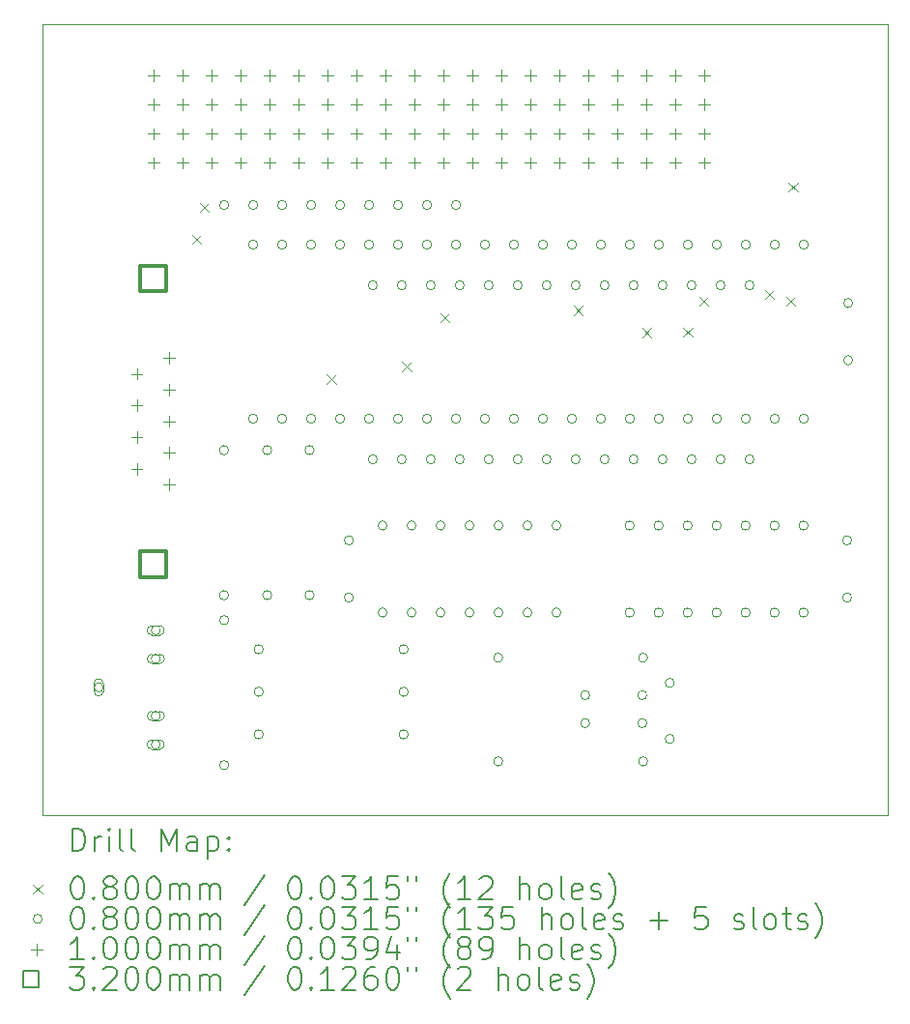
<source format=gbr>
%TF.GenerationSoftware,KiCad,Pcbnew,8.0.1*%
%TF.CreationDate,2024-04-11T22:34:31+01:00*%
%TF.ProjectId,TIMAYSound,54494d41-5953-46f7-956e-642e6b696361,rev?*%
%TF.SameCoordinates,Original*%
%TF.FileFunction,Drillmap*%
%TF.FilePolarity,Positive*%
%FSLAX45Y45*%
G04 Gerber Fmt 4.5, Leading zero omitted, Abs format (unit mm)*
G04 Created by KiCad (PCBNEW 8.0.1) date 2024-04-11 22:34:31*
%MOMM*%
%LPD*%
G01*
G04 APERTURE LIST*
%ADD10C,0.050000*%
%ADD11C,0.200000*%
%ADD12C,0.100000*%
%ADD13C,0.320000*%
G04 APERTURE END LIST*
D10*
X5017000Y-3775000D02*
X12426500Y-3775000D01*
X12426500Y-10702000D01*
X5017000Y-10702000D01*
X5017000Y-3775000D01*
D11*
D12*
X6328240Y-5619000D02*
X6408240Y-5699000D01*
X6408240Y-5619000D02*
X6328240Y-5699000D01*
X6393340Y-5336840D02*
X6473340Y-5416840D01*
X6473340Y-5336840D02*
X6393340Y-5416840D01*
X7509740Y-6838850D02*
X7589740Y-6918850D01*
X7589740Y-6838850D02*
X7509740Y-6918850D01*
X8169970Y-6732340D02*
X8249970Y-6812340D01*
X8249970Y-6732340D02*
X8169970Y-6812340D01*
X8505000Y-6301400D02*
X8585000Y-6381400D01*
X8585000Y-6301400D02*
X8505000Y-6381400D01*
X9670950Y-6239340D02*
X9750950Y-6319340D01*
X9750950Y-6239340D02*
X9670950Y-6319340D01*
X10271170Y-6433990D02*
X10351170Y-6513990D01*
X10351170Y-6433990D02*
X10271170Y-6513990D01*
X10632000Y-6431840D02*
X10712000Y-6511840D01*
X10712000Y-6431840D02*
X10632000Y-6511840D01*
X10772960Y-6157850D02*
X10852960Y-6237850D01*
X10852960Y-6157850D02*
X10772960Y-6237850D01*
X11348490Y-6101210D02*
X11428490Y-6181210D01*
X11428490Y-6101210D02*
X11348490Y-6181210D01*
X11532660Y-6158290D02*
X11612660Y-6238290D01*
X11612660Y-6158290D02*
X11532660Y-6238290D01*
X11556000Y-5161000D02*
X11636000Y-5241000D01*
X11636000Y-5161000D02*
X11556000Y-5241000D01*
X5549000Y-9580250D02*
G75*
G02*
X5469000Y-9580250I-40000J0D01*
G01*
X5469000Y-9580250D02*
G75*
G02*
X5549000Y-9580250I40000J0D01*
G01*
X5469000Y-9545250D02*
X5469000Y-9615250D01*
X5549000Y-9615250D02*
G75*
G02*
X5469000Y-9615250I-40000J0D01*
G01*
X5549000Y-9615250D02*
X5549000Y-9545250D01*
X5549000Y-9545250D02*
G75*
G03*
X5469000Y-9545250I-40000J0D01*
G01*
X6049000Y-9080250D02*
G75*
G02*
X5969000Y-9080250I-40000J0D01*
G01*
X5969000Y-9080250D02*
G75*
G02*
X6049000Y-9080250I40000J0D01*
G01*
X5974000Y-9120250D02*
X6044000Y-9120250D01*
X6044000Y-9040250D02*
G75*
G02*
X6044000Y-9120250I0J-40000D01*
G01*
X6044000Y-9040250D02*
X5974000Y-9040250D01*
X5974000Y-9040250D02*
G75*
G03*
X5974000Y-9120250I0J-40000D01*
G01*
X6049000Y-9330250D02*
G75*
G02*
X5969000Y-9330250I-40000J0D01*
G01*
X5969000Y-9330250D02*
G75*
G02*
X6049000Y-9330250I40000J0D01*
G01*
X5974000Y-9370250D02*
X6044000Y-9370250D01*
X6044000Y-9290250D02*
G75*
G02*
X6044000Y-9370250I0J-40000D01*
G01*
X6044000Y-9290250D02*
X5974000Y-9290250D01*
X5974000Y-9290250D02*
G75*
G03*
X5974000Y-9370250I0J-40000D01*
G01*
X6049000Y-9830250D02*
G75*
G02*
X5969000Y-9830250I-40000J0D01*
G01*
X5969000Y-9830250D02*
G75*
G02*
X6049000Y-9830250I40000J0D01*
G01*
X5974000Y-9870250D02*
X6044000Y-9870250D01*
X6044000Y-9790250D02*
G75*
G02*
X6044000Y-9870250I0J-40000D01*
G01*
X6044000Y-9790250D02*
X5974000Y-9790250D01*
X5974000Y-9790250D02*
G75*
G03*
X5974000Y-9870250I0J-40000D01*
G01*
X6049000Y-10080250D02*
G75*
G02*
X5969000Y-10080250I-40000J0D01*
G01*
X5969000Y-10080250D02*
G75*
G02*
X6049000Y-10080250I40000J0D01*
G01*
X5974000Y-10120250D02*
X6044000Y-10120250D01*
X6044000Y-10040250D02*
G75*
G02*
X6044000Y-10120250I0J-40000D01*
G01*
X6044000Y-10040250D02*
X5974000Y-10040250D01*
X5974000Y-10040250D02*
G75*
G03*
X5974000Y-10120250I0J-40000D01*
G01*
X6647000Y-7503000D02*
G75*
G02*
X6567000Y-7503000I-40000J0D01*
G01*
X6567000Y-7503000D02*
G75*
G02*
X6647000Y-7503000I40000J0D01*
G01*
X6647000Y-8773000D02*
G75*
G02*
X6567000Y-8773000I-40000J0D01*
G01*
X6567000Y-8773000D02*
G75*
G02*
X6647000Y-8773000I40000J0D01*
G01*
X6649000Y-5357000D02*
G75*
G02*
X6569000Y-5357000I-40000J0D01*
G01*
X6569000Y-5357000D02*
G75*
G02*
X6649000Y-5357000I40000J0D01*
G01*
X6649000Y-8991000D02*
G75*
G02*
X6569000Y-8991000I-40000J0D01*
G01*
X6569000Y-8991000D02*
G75*
G02*
X6649000Y-8991000I40000J0D01*
G01*
X6649000Y-10261000D02*
G75*
G02*
X6569000Y-10261000I-40000J0D01*
G01*
X6569000Y-10261000D02*
G75*
G02*
X6649000Y-10261000I40000J0D01*
G01*
X6902000Y-5703000D02*
G75*
G02*
X6822000Y-5703000I-40000J0D01*
G01*
X6822000Y-5703000D02*
G75*
G02*
X6902000Y-5703000I40000J0D01*
G01*
X6902000Y-7227000D02*
G75*
G02*
X6822000Y-7227000I-40000J0D01*
G01*
X6822000Y-7227000D02*
G75*
G02*
X6902000Y-7227000I40000J0D01*
G01*
X6903000Y-5357000D02*
G75*
G02*
X6823000Y-5357000I-40000J0D01*
G01*
X6823000Y-5357000D02*
G75*
G02*
X6903000Y-5357000I40000J0D01*
G01*
X6951000Y-9247000D02*
G75*
G02*
X6871000Y-9247000I-40000J0D01*
G01*
X6871000Y-9247000D02*
G75*
G02*
X6951000Y-9247000I40000J0D01*
G01*
X6951000Y-9619000D02*
G75*
G02*
X6871000Y-9619000I-40000J0D01*
G01*
X6871000Y-9619000D02*
G75*
G02*
X6951000Y-9619000I40000J0D01*
G01*
X6951000Y-9992000D02*
G75*
G02*
X6871000Y-9992000I-40000J0D01*
G01*
X6871000Y-9992000D02*
G75*
G02*
X6951000Y-9992000I40000J0D01*
G01*
X7026000Y-7503000D02*
G75*
G02*
X6946000Y-7503000I-40000J0D01*
G01*
X6946000Y-7503000D02*
G75*
G02*
X7026000Y-7503000I40000J0D01*
G01*
X7026000Y-8773000D02*
G75*
G02*
X6946000Y-8773000I-40000J0D01*
G01*
X6946000Y-8773000D02*
G75*
G02*
X7026000Y-8773000I40000J0D01*
G01*
X7156000Y-5703000D02*
G75*
G02*
X7076000Y-5703000I-40000J0D01*
G01*
X7076000Y-5703000D02*
G75*
G02*
X7156000Y-5703000I40000J0D01*
G01*
X7156000Y-7227000D02*
G75*
G02*
X7076000Y-7227000I-40000J0D01*
G01*
X7076000Y-7227000D02*
G75*
G02*
X7156000Y-7227000I40000J0D01*
G01*
X7157000Y-5357000D02*
G75*
G02*
X7077000Y-5357000I-40000J0D01*
G01*
X7077000Y-5357000D02*
G75*
G02*
X7157000Y-5357000I40000J0D01*
G01*
X7397000Y-7503000D02*
G75*
G02*
X7317000Y-7503000I-40000J0D01*
G01*
X7317000Y-7503000D02*
G75*
G02*
X7397000Y-7503000I40000J0D01*
G01*
X7397000Y-8773000D02*
G75*
G02*
X7317000Y-8773000I-40000J0D01*
G01*
X7317000Y-8773000D02*
G75*
G02*
X7397000Y-8773000I40000J0D01*
G01*
X7410000Y-5703000D02*
G75*
G02*
X7330000Y-5703000I-40000J0D01*
G01*
X7330000Y-5703000D02*
G75*
G02*
X7410000Y-5703000I40000J0D01*
G01*
X7410000Y-7227000D02*
G75*
G02*
X7330000Y-7227000I-40000J0D01*
G01*
X7330000Y-7227000D02*
G75*
G02*
X7410000Y-7227000I40000J0D01*
G01*
X7411000Y-5357000D02*
G75*
G02*
X7331000Y-5357000I-40000J0D01*
G01*
X7331000Y-5357000D02*
G75*
G02*
X7411000Y-5357000I40000J0D01*
G01*
X7664000Y-5703000D02*
G75*
G02*
X7584000Y-5703000I-40000J0D01*
G01*
X7584000Y-5703000D02*
G75*
G02*
X7664000Y-5703000I40000J0D01*
G01*
X7664000Y-7227000D02*
G75*
G02*
X7584000Y-7227000I-40000J0D01*
G01*
X7584000Y-7227000D02*
G75*
G02*
X7664000Y-7227000I40000J0D01*
G01*
X7665000Y-5357000D02*
G75*
G02*
X7585000Y-5357000I-40000J0D01*
G01*
X7585000Y-5357000D02*
G75*
G02*
X7665000Y-5357000I40000J0D01*
G01*
X7741000Y-8293000D02*
G75*
G02*
X7661000Y-8293000I-40000J0D01*
G01*
X7661000Y-8293000D02*
G75*
G02*
X7741000Y-8293000I40000J0D01*
G01*
X7741000Y-8793000D02*
G75*
G02*
X7661000Y-8793000I-40000J0D01*
G01*
X7661000Y-8793000D02*
G75*
G02*
X7741000Y-8793000I40000J0D01*
G01*
X7918000Y-5703000D02*
G75*
G02*
X7838000Y-5703000I-40000J0D01*
G01*
X7838000Y-5703000D02*
G75*
G02*
X7918000Y-5703000I40000J0D01*
G01*
X7918000Y-7227000D02*
G75*
G02*
X7838000Y-7227000I-40000J0D01*
G01*
X7838000Y-7227000D02*
G75*
G02*
X7918000Y-7227000I40000J0D01*
G01*
X7919000Y-5357000D02*
G75*
G02*
X7839000Y-5357000I-40000J0D01*
G01*
X7839000Y-5357000D02*
G75*
G02*
X7919000Y-5357000I40000J0D01*
G01*
X7950000Y-6059000D02*
G75*
G02*
X7870000Y-6059000I-40000J0D01*
G01*
X7870000Y-6059000D02*
G75*
G02*
X7950000Y-6059000I40000J0D01*
G01*
X7950000Y-7583000D02*
G75*
G02*
X7870000Y-7583000I-40000J0D01*
G01*
X7870000Y-7583000D02*
G75*
G02*
X7950000Y-7583000I40000J0D01*
G01*
X8037250Y-8163000D02*
G75*
G02*
X7957250Y-8163000I-40000J0D01*
G01*
X7957250Y-8163000D02*
G75*
G02*
X8037250Y-8163000I40000J0D01*
G01*
X8037250Y-8925000D02*
G75*
G02*
X7957250Y-8925000I-40000J0D01*
G01*
X7957250Y-8925000D02*
G75*
G02*
X8037250Y-8925000I40000J0D01*
G01*
X8172000Y-5703000D02*
G75*
G02*
X8092000Y-5703000I-40000J0D01*
G01*
X8092000Y-5703000D02*
G75*
G02*
X8172000Y-5703000I40000J0D01*
G01*
X8172000Y-7227000D02*
G75*
G02*
X8092000Y-7227000I-40000J0D01*
G01*
X8092000Y-7227000D02*
G75*
G02*
X8172000Y-7227000I40000J0D01*
G01*
X8173000Y-5357000D02*
G75*
G02*
X8093000Y-5357000I-40000J0D01*
G01*
X8093000Y-5357000D02*
G75*
G02*
X8173000Y-5357000I40000J0D01*
G01*
X8204000Y-6059000D02*
G75*
G02*
X8124000Y-6059000I-40000J0D01*
G01*
X8124000Y-6059000D02*
G75*
G02*
X8204000Y-6059000I40000J0D01*
G01*
X8204000Y-7583000D02*
G75*
G02*
X8124000Y-7583000I-40000J0D01*
G01*
X8124000Y-7583000D02*
G75*
G02*
X8204000Y-7583000I40000J0D01*
G01*
X8221000Y-9247000D02*
G75*
G02*
X8141000Y-9247000I-40000J0D01*
G01*
X8141000Y-9247000D02*
G75*
G02*
X8221000Y-9247000I40000J0D01*
G01*
X8221000Y-9619000D02*
G75*
G02*
X8141000Y-9619000I-40000J0D01*
G01*
X8141000Y-9619000D02*
G75*
G02*
X8221000Y-9619000I40000J0D01*
G01*
X8221000Y-9992000D02*
G75*
G02*
X8141000Y-9992000I-40000J0D01*
G01*
X8141000Y-9992000D02*
G75*
G02*
X8221000Y-9992000I40000J0D01*
G01*
X8291250Y-8163000D02*
G75*
G02*
X8211250Y-8163000I-40000J0D01*
G01*
X8211250Y-8163000D02*
G75*
G02*
X8291250Y-8163000I40000J0D01*
G01*
X8291250Y-8925000D02*
G75*
G02*
X8211250Y-8925000I-40000J0D01*
G01*
X8211250Y-8925000D02*
G75*
G02*
X8291250Y-8925000I40000J0D01*
G01*
X8426000Y-5703000D02*
G75*
G02*
X8346000Y-5703000I-40000J0D01*
G01*
X8346000Y-5703000D02*
G75*
G02*
X8426000Y-5703000I40000J0D01*
G01*
X8426000Y-7227000D02*
G75*
G02*
X8346000Y-7227000I-40000J0D01*
G01*
X8346000Y-7227000D02*
G75*
G02*
X8426000Y-7227000I40000J0D01*
G01*
X8427000Y-5357000D02*
G75*
G02*
X8347000Y-5357000I-40000J0D01*
G01*
X8347000Y-5357000D02*
G75*
G02*
X8427000Y-5357000I40000J0D01*
G01*
X8458000Y-6059000D02*
G75*
G02*
X8378000Y-6059000I-40000J0D01*
G01*
X8378000Y-6059000D02*
G75*
G02*
X8458000Y-6059000I40000J0D01*
G01*
X8458000Y-7583000D02*
G75*
G02*
X8378000Y-7583000I-40000J0D01*
G01*
X8378000Y-7583000D02*
G75*
G02*
X8458000Y-7583000I40000J0D01*
G01*
X8545250Y-8163000D02*
G75*
G02*
X8465250Y-8163000I-40000J0D01*
G01*
X8465250Y-8163000D02*
G75*
G02*
X8545250Y-8163000I40000J0D01*
G01*
X8545250Y-8925000D02*
G75*
G02*
X8465250Y-8925000I-40000J0D01*
G01*
X8465250Y-8925000D02*
G75*
G02*
X8545250Y-8925000I40000J0D01*
G01*
X8680000Y-5703000D02*
G75*
G02*
X8600000Y-5703000I-40000J0D01*
G01*
X8600000Y-5703000D02*
G75*
G02*
X8680000Y-5703000I40000J0D01*
G01*
X8680000Y-7227000D02*
G75*
G02*
X8600000Y-7227000I-40000J0D01*
G01*
X8600000Y-7227000D02*
G75*
G02*
X8680000Y-7227000I40000J0D01*
G01*
X8681000Y-5357000D02*
G75*
G02*
X8601000Y-5357000I-40000J0D01*
G01*
X8601000Y-5357000D02*
G75*
G02*
X8681000Y-5357000I40000J0D01*
G01*
X8712000Y-6059000D02*
G75*
G02*
X8632000Y-6059000I-40000J0D01*
G01*
X8632000Y-6059000D02*
G75*
G02*
X8712000Y-6059000I40000J0D01*
G01*
X8712000Y-7583000D02*
G75*
G02*
X8632000Y-7583000I-40000J0D01*
G01*
X8632000Y-7583000D02*
G75*
G02*
X8712000Y-7583000I40000J0D01*
G01*
X8799250Y-8163000D02*
G75*
G02*
X8719250Y-8163000I-40000J0D01*
G01*
X8719250Y-8163000D02*
G75*
G02*
X8799250Y-8163000I40000J0D01*
G01*
X8799250Y-8925000D02*
G75*
G02*
X8719250Y-8925000I-40000J0D01*
G01*
X8719250Y-8925000D02*
G75*
G02*
X8799250Y-8925000I40000J0D01*
G01*
X8934000Y-5703000D02*
G75*
G02*
X8854000Y-5703000I-40000J0D01*
G01*
X8854000Y-5703000D02*
G75*
G02*
X8934000Y-5703000I40000J0D01*
G01*
X8934000Y-7227000D02*
G75*
G02*
X8854000Y-7227000I-40000J0D01*
G01*
X8854000Y-7227000D02*
G75*
G02*
X8934000Y-7227000I40000J0D01*
G01*
X8966000Y-6059000D02*
G75*
G02*
X8886000Y-6059000I-40000J0D01*
G01*
X8886000Y-6059000D02*
G75*
G02*
X8966000Y-6059000I40000J0D01*
G01*
X8966000Y-7583000D02*
G75*
G02*
X8886000Y-7583000I-40000J0D01*
G01*
X8886000Y-7583000D02*
G75*
G02*
X8966000Y-7583000I40000J0D01*
G01*
X9050000Y-9320000D02*
G75*
G02*
X8970000Y-9320000I-40000J0D01*
G01*
X8970000Y-9320000D02*
G75*
G02*
X9050000Y-9320000I40000J0D01*
G01*
X9050000Y-10228000D02*
G75*
G02*
X8970000Y-10228000I-40000J0D01*
G01*
X8970000Y-10228000D02*
G75*
G02*
X9050000Y-10228000I40000J0D01*
G01*
X9053250Y-8163000D02*
G75*
G02*
X8973250Y-8163000I-40000J0D01*
G01*
X8973250Y-8163000D02*
G75*
G02*
X9053250Y-8163000I40000J0D01*
G01*
X9053250Y-8925000D02*
G75*
G02*
X8973250Y-8925000I-40000J0D01*
G01*
X8973250Y-8925000D02*
G75*
G02*
X9053250Y-8925000I40000J0D01*
G01*
X9188000Y-5703000D02*
G75*
G02*
X9108000Y-5703000I-40000J0D01*
G01*
X9108000Y-5703000D02*
G75*
G02*
X9188000Y-5703000I40000J0D01*
G01*
X9188000Y-7227000D02*
G75*
G02*
X9108000Y-7227000I-40000J0D01*
G01*
X9108000Y-7227000D02*
G75*
G02*
X9188000Y-7227000I40000J0D01*
G01*
X9220000Y-6059000D02*
G75*
G02*
X9140000Y-6059000I-40000J0D01*
G01*
X9140000Y-6059000D02*
G75*
G02*
X9220000Y-6059000I40000J0D01*
G01*
X9220000Y-7583000D02*
G75*
G02*
X9140000Y-7583000I-40000J0D01*
G01*
X9140000Y-7583000D02*
G75*
G02*
X9220000Y-7583000I40000J0D01*
G01*
X9307250Y-8163000D02*
G75*
G02*
X9227250Y-8163000I-40000J0D01*
G01*
X9227250Y-8163000D02*
G75*
G02*
X9307250Y-8163000I40000J0D01*
G01*
X9307250Y-8925000D02*
G75*
G02*
X9227250Y-8925000I-40000J0D01*
G01*
X9227250Y-8925000D02*
G75*
G02*
X9307250Y-8925000I40000J0D01*
G01*
X9442000Y-5703000D02*
G75*
G02*
X9362000Y-5703000I-40000J0D01*
G01*
X9362000Y-5703000D02*
G75*
G02*
X9442000Y-5703000I40000J0D01*
G01*
X9442000Y-7227000D02*
G75*
G02*
X9362000Y-7227000I-40000J0D01*
G01*
X9362000Y-7227000D02*
G75*
G02*
X9442000Y-7227000I40000J0D01*
G01*
X9474000Y-6059000D02*
G75*
G02*
X9394000Y-6059000I-40000J0D01*
G01*
X9394000Y-6059000D02*
G75*
G02*
X9474000Y-6059000I40000J0D01*
G01*
X9474000Y-7583000D02*
G75*
G02*
X9394000Y-7583000I-40000J0D01*
G01*
X9394000Y-7583000D02*
G75*
G02*
X9474000Y-7583000I40000J0D01*
G01*
X9561250Y-8163000D02*
G75*
G02*
X9481250Y-8163000I-40000J0D01*
G01*
X9481250Y-8163000D02*
G75*
G02*
X9561250Y-8163000I40000J0D01*
G01*
X9561250Y-8925000D02*
G75*
G02*
X9481250Y-8925000I-40000J0D01*
G01*
X9481250Y-8925000D02*
G75*
G02*
X9561250Y-8925000I40000J0D01*
G01*
X9696000Y-5703000D02*
G75*
G02*
X9616000Y-5703000I-40000J0D01*
G01*
X9616000Y-5703000D02*
G75*
G02*
X9696000Y-5703000I40000J0D01*
G01*
X9696000Y-7227000D02*
G75*
G02*
X9616000Y-7227000I-40000J0D01*
G01*
X9616000Y-7227000D02*
G75*
G02*
X9696000Y-7227000I40000J0D01*
G01*
X9728000Y-6059000D02*
G75*
G02*
X9648000Y-6059000I-40000J0D01*
G01*
X9648000Y-6059000D02*
G75*
G02*
X9728000Y-6059000I40000J0D01*
G01*
X9728000Y-7583000D02*
G75*
G02*
X9648000Y-7583000I-40000J0D01*
G01*
X9648000Y-7583000D02*
G75*
G02*
X9728000Y-7583000I40000J0D01*
G01*
X9813000Y-9648000D02*
G75*
G02*
X9733000Y-9648000I-40000J0D01*
G01*
X9733000Y-9648000D02*
G75*
G02*
X9813000Y-9648000I40000J0D01*
G01*
X9813000Y-9893000D02*
G75*
G02*
X9733000Y-9893000I-40000J0D01*
G01*
X9733000Y-9893000D02*
G75*
G02*
X9813000Y-9893000I40000J0D01*
G01*
X9950000Y-5703000D02*
G75*
G02*
X9870000Y-5703000I-40000J0D01*
G01*
X9870000Y-5703000D02*
G75*
G02*
X9950000Y-5703000I40000J0D01*
G01*
X9950000Y-7227000D02*
G75*
G02*
X9870000Y-7227000I-40000J0D01*
G01*
X9870000Y-7227000D02*
G75*
G02*
X9950000Y-7227000I40000J0D01*
G01*
X9982000Y-6059000D02*
G75*
G02*
X9902000Y-6059000I-40000J0D01*
G01*
X9902000Y-6059000D02*
G75*
G02*
X9982000Y-6059000I40000J0D01*
G01*
X9982000Y-7583000D02*
G75*
G02*
X9902000Y-7583000I-40000J0D01*
G01*
X9902000Y-7583000D02*
G75*
G02*
X9982000Y-7583000I40000J0D01*
G01*
X10202000Y-8163000D02*
G75*
G02*
X10122000Y-8163000I-40000J0D01*
G01*
X10122000Y-8163000D02*
G75*
G02*
X10202000Y-8163000I40000J0D01*
G01*
X10202000Y-8925000D02*
G75*
G02*
X10122000Y-8925000I-40000J0D01*
G01*
X10122000Y-8925000D02*
G75*
G02*
X10202000Y-8925000I40000J0D01*
G01*
X10204000Y-5703000D02*
G75*
G02*
X10124000Y-5703000I-40000J0D01*
G01*
X10124000Y-5703000D02*
G75*
G02*
X10204000Y-5703000I40000J0D01*
G01*
X10204000Y-7227000D02*
G75*
G02*
X10124000Y-7227000I-40000J0D01*
G01*
X10124000Y-7227000D02*
G75*
G02*
X10204000Y-7227000I40000J0D01*
G01*
X10236000Y-6059000D02*
G75*
G02*
X10156000Y-6059000I-40000J0D01*
G01*
X10156000Y-6059000D02*
G75*
G02*
X10236000Y-6059000I40000J0D01*
G01*
X10236000Y-7583000D02*
G75*
G02*
X10156000Y-7583000I-40000J0D01*
G01*
X10156000Y-7583000D02*
G75*
G02*
X10236000Y-7583000I40000J0D01*
G01*
X10313000Y-9648000D02*
G75*
G02*
X10233000Y-9648000I-40000J0D01*
G01*
X10233000Y-9648000D02*
G75*
G02*
X10313000Y-9648000I40000J0D01*
G01*
X10313000Y-9893000D02*
G75*
G02*
X10233000Y-9893000I-40000J0D01*
G01*
X10233000Y-9893000D02*
G75*
G02*
X10313000Y-9893000I40000J0D01*
G01*
X10320000Y-9320000D02*
G75*
G02*
X10240000Y-9320000I-40000J0D01*
G01*
X10240000Y-9320000D02*
G75*
G02*
X10320000Y-9320000I40000J0D01*
G01*
X10320000Y-10228000D02*
G75*
G02*
X10240000Y-10228000I-40000J0D01*
G01*
X10240000Y-10228000D02*
G75*
G02*
X10320000Y-10228000I40000J0D01*
G01*
X10456000Y-8163000D02*
G75*
G02*
X10376000Y-8163000I-40000J0D01*
G01*
X10376000Y-8163000D02*
G75*
G02*
X10456000Y-8163000I40000J0D01*
G01*
X10456000Y-8925000D02*
G75*
G02*
X10376000Y-8925000I-40000J0D01*
G01*
X10376000Y-8925000D02*
G75*
G02*
X10456000Y-8925000I40000J0D01*
G01*
X10458000Y-5703000D02*
G75*
G02*
X10378000Y-5703000I-40000J0D01*
G01*
X10378000Y-5703000D02*
G75*
G02*
X10458000Y-5703000I40000J0D01*
G01*
X10458000Y-7227000D02*
G75*
G02*
X10378000Y-7227000I-40000J0D01*
G01*
X10378000Y-7227000D02*
G75*
G02*
X10458000Y-7227000I40000J0D01*
G01*
X10490000Y-6059000D02*
G75*
G02*
X10410000Y-6059000I-40000J0D01*
G01*
X10410000Y-6059000D02*
G75*
G02*
X10490000Y-6059000I40000J0D01*
G01*
X10490000Y-7583000D02*
G75*
G02*
X10410000Y-7583000I-40000J0D01*
G01*
X10410000Y-7583000D02*
G75*
G02*
X10490000Y-7583000I40000J0D01*
G01*
X10553750Y-9541000D02*
G75*
G02*
X10473750Y-9541000I-40000J0D01*
G01*
X10473750Y-9541000D02*
G75*
G02*
X10553750Y-9541000I40000J0D01*
G01*
X10553750Y-10031000D02*
G75*
G02*
X10473750Y-10031000I-40000J0D01*
G01*
X10473750Y-10031000D02*
G75*
G02*
X10553750Y-10031000I40000J0D01*
G01*
X10710000Y-8163000D02*
G75*
G02*
X10630000Y-8163000I-40000J0D01*
G01*
X10630000Y-8163000D02*
G75*
G02*
X10710000Y-8163000I40000J0D01*
G01*
X10710000Y-8925000D02*
G75*
G02*
X10630000Y-8925000I-40000J0D01*
G01*
X10630000Y-8925000D02*
G75*
G02*
X10710000Y-8925000I40000J0D01*
G01*
X10712000Y-5703000D02*
G75*
G02*
X10632000Y-5703000I-40000J0D01*
G01*
X10632000Y-5703000D02*
G75*
G02*
X10712000Y-5703000I40000J0D01*
G01*
X10712000Y-7227000D02*
G75*
G02*
X10632000Y-7227000I-40000J0D01*
G01*
X10632000Y-7227000D02*
G75*
G02*
X10712000Y-7227000I40000J0D01*
G01*
X10744000Y-6059000D02*
G75*
G02*
X10664000Y-6059000I-40000J0D01*
G01*
X10664000Y-6059000D02*
G75*
G02*
X10744000Y-6059000I40000J0D01*
G01*
X10744000Y-7583000D02*
G75*
G02*
X10664000Y-7583000I-40000J0D01*
G01*
X10664000Y-7583000D02*
G75*
G02*
X10744000Y-7583000I40000J0D01*
G01*
X10964000Y-8163000D02*
G75*
G02*
X10884000Y-8163000I-40000J0D01*
G01*
X10884000Y-8163000D02*
G75*
G02*
X10964000Y-8163000I40000J0D01*
G01*
X10964000Y-8925000D02*
G75*
G02*
X10884000Y-8925000I-40000J0D01*
G01*
X10884000Y-8925000D02*
G75*
G02*
X10964000Y-8925000I40000J0D01*
G01*
X10966000Y-5703000D02*
G75*
G02*
X10886000Y-5703000I-40000J0D01*
G01*
X10886000Y-5703000D02*
G75*
G02*
X10966000Y-5703000I40000J0D01*
G01*
X10966000Y-7227000D02*
G75*
G02*
X10886000Y-7227000I-40000J0D01*
G01*
X10886000Y-7227000D02*
G75*
G02*
X10966000Y-7227000I40000J0D01*
G01*
X10998000Y-6059000D02*
G75*
G02*
X10918000Y-6059000I-40000J0D01*
G01*
X10918000Y-6059000D02*
G75*
G02*
X10998000Y-6059000I40000J0D01*
G01*
X10998000Y-7583000D02*
G75*
G02*
X10918000Y-7583000I-40000J0D01*
G01*
X10918000Y-7583000D02*
G75*
G02*
X10998000Y-7583000I40000J0D01*
G01*
X11218000Y-8163000D02*
G75*
G02*
X11138000Y-8163000I-40000J0D01*
G01*
X11138000Y-8163000D02*
G75*
G02*
X11218000Y-8163000I40000J0D01*
G01*
X11218000Y-8925000D02*
G75*
G02*
X11138000Y-8925000I-40000J0D01*
G01*
X11138000Y-8925000D02*
G75*
G02*
X11218000Y-8925000I40000J0D01*
G01*
X11220000Y-5703000D02*
G75*
G02*
X11140000Y-5703000I-40000J0D01*
G01*
X11140000Y-5703000D02*
G75*
G02*
X11220000Y-5703000I40000J0D01*
G01*
X11220000Y-7227000D02*
G75*
G02*
X11140000Y-7227000I-40000J0D01*
G01*
X11140000Y-7227000D02*
G75*
G02*
X11220000Y-7227000I40000J0D01*
G01*
X11252000Y-6059000D02*
G75*
G02*
X11172000Y-6059000I-40000J0D01*
G01*
X11172000Y-6059000D02*
G75*
G02*
X11252000Y-6059000I40000J0D01*
G01*
X11252000Y-7583000D02*
G75*
G02*
X11172000Y-7583000I-40000J0D01*
G01*
X11172000Y-7583000D02*
G75*
G02*
X11252000Y-7583000I40000J0D01*
G01*
X11472000Y-8163000D02*
G75*
G02*
X11392000Y-8163000I-40000J0D01*
G01*
X11392000Y-8163000D02*
G75*
G02*
X11472000Y-8163000I40000J0D01*
G01*
X11472000Y-8925000D02*
G75*
G02*
X11392000Y-8925000I-40000J0D01*
G01*
X11392000Y-8925000D02*
G75*
G02*
X11472000Y-8925000I40000J0D01*
G01*
X11474000Y-5703000D02*
G75*
G02*
X11394000Y-5703000I-40000J0D01*
G01*
X11394000Y-5703000D02*
G75*
G02*
X11474000Y-5703000I40000J0D01*
G01*
X11474000Y-7227000D02*
G75*
G02*
X11394000Y-7227000I-40000J0D01*
G01*
X11394000Y-7227000D02*
G75*
G02*
X11474000Y-7227000I40000J0D01*
G01*
X11726000Y-8163000D02*
G75*
G02*
X11646000Y-8163000I-40000J0D01*
G01*
X11646000Y-8163000D02*
G75*
G02*
X11726000Y-8163000I40000J0D01*
G01*
X11726000Y-8925000D02*
G75*
G02*
X11646000Y-8925000I-40000J0D01*
G01*
X11646000Y-8925000D02*
G75*
G02*
X11726000Y-8925000I40000J0D01*
G01*
X11728000Y-5703000D02*
G75*
G02*
X11648000Y-5703000I-40000J0D01*
G01*
X11648000Y-5703000D02*
G75*
G02*
X11728000Y-5703000I40000J0D01*
G01*
X11728000Y-7227000D02*
G75*
G02*
X11648000Y-7227000I-40000J0D01*
G01*
X11648000Y-7227000D02*
G75*
G02*
X11728000Y-7227000I40000J0D01*
G01*
X12108000Y-8293000D02*
G75*
G02*
X12028000Y-8293000I-40000J0D01*
G01*
X12028000Y-8293000D02*
G75*
G02*
X12108000Y-8293000I40000J0D01*
G01*
X12108000Y-8793000D02*
G75*
G02*
X12028000Y-8793000I-40000J0D01*
G01*
X12028000Y-8793000D02*
G75*
G02*
X12108000Y-8793000I40000J0D01*
G01*
X12117000Y-6215500D02*
G75*
G02*
X12037000Y-6215500I-40000J0D01*
G01*
X12037000Y-6215500D02*
G75*
G02*
X12117000Y-6215500I40000J0D01*
G01*
X12117000Y-6715500D02*
G75*
G02*
X12037000Y-6715500I-40000J0D01*
G01*
X12037000Y-6715500D02*
G75*
G02*
X12117000Y-6715500I40000J0D01*
G01*
X5842000Y-6784000D02*
X5842000Y-6884000D01*
X5792000Y-6834000D02*
X5892000Y-6834000D01*
X5842000Y-7061000D02*
X5842000Y-7161000D01*
X5792000Y-7111000D02*
X5892000Y-7111000D01*
X5842000Y-7338000D02*
X5842000Y-7438000D01*
X5792000Y-7388000D02*
X5892000Y-7388000D01*
X5842000Y-7615000D02*
X5842000Y-7715000D01*
X5792000Y-7665000D02*
X5892000Y-7665000D01*
X5991000Y-4175000D02*
X5991000Y-4275000D01*
X5941000Y-4225000D02*
X6041000Y-4225000D01*
X5991000Y-4429000D02*
X5991000Y-4529000D01*
X5941000Y-4479000D02*
X6041000Y-4479000D01*
X5991600Y-4683900D02*
X5991600Y-4783900D01*
X5941600Y-4733900D02*
X6041600Y-4733900D01*
X5991600Y-4937900D02*
X5991600Y-5037900D01*
X5941600Y-4987900D02*
X6041600Y-4987900D01*
X6126000Y-6645500D02*
X6126000Y-6745500D01*
X6076000Y-6695500D02*
X6176000Y-6695500D01*
X6126000Y-6922500D02*
X6126000Y-7022500D01*
X6076000Y-6972500D02*
X6176000Y-6972500D01*
X6126000Y-7199500D02*
X6126000Y-7299500D01*
X6076000Y-7249500D02*
X6176000Y-7249500D01*
X6126000Y-7476500D02*
X6126000Y-7576500D01*
X6076000Y-7526500D02*
X6176000Y-7526500D01*
X6126000Y-7753500D02*
X6126000Y-7853500D01*
X6076000Y-7803500D02*
X6176000Y-7803500D01*
X6245000Y-4175000D02*
X6245000Y-4275000D01*
X6195000Y-4225000D02*
X6295000Y-4225000D01*
X6245000Y-4429000D02*
X6245000Y-4529000D01*
X6195000Y-4479000D02*
X6295000Y-4479000D01*
X6245600Y-4683900D02*
X6245600Y-4783900D01*
X6195600Y-4733900D02*
X6295600Y-4733900D01*
X6245600Y-4937900D02*
X6245600Y-5037900D01*
X6195600Y-4987900D02*
X6295600Y-4987900D01*
X6499000Y-4175000D02*
X6499000Y-4275000D01*
X6449000Y-4225000D02*
X6549000Y-4225000D01*
X6499000Y-4429000D02*
X6499000Y-4529000D01*
X6449000Y-4479000D02*
X6549000Y-4479000D01*
X6499600Y-4683900D02*
X6499600Y-4783900D01*
X6449600Y-4733900D02*
X6549600Y-4733900D01*
X6499600Y-4937900D02*
X6499600Y-5037900D01*
X6449600Y-4987900D02*
X6549600Y-4987900D01*
X6753000Y-4175000D02*
X6753000Y-4275000D01*
X6703000Y-4225000D02*
X6803000Y-4225000D01*
X6753000Y-4429000D02*
X6753000Y-4529000D01*
X6703000Y-4479000D02*
X6803000Y-4479000D01*
X6753600Y-4683900D02*
X6753600Y-4783900D01*
X6703600Y-4733900D02*
X6803600Y-4733900D01*
X6753600Y-4937900D02*
X6753600Y-5037900D01*
X6703600Y-4987900D02*
X6803600Y-4987900D01*
X7007000Y-4175000D02*
X7007000Y-4275000D01*
X6957000Y-4225000D02*
X7057000Y-4225000D01*
X7007000Y-4429000D02*
X7007000Y-4529000D01*
X6957000Y-4479000D02*
X7057000Y-4479000D01*
X7007600Y-4683900D02*
X7007600Y-4783900D01*
X6957600Y-4733900D02*
X7057600Y-4733900D01*
X7007600Y-4937900D02*
X7007600Y-5037900D01*
X6957600Y-4987900D02*
X7057600Y-4987900D01*
X7261000Y-4175000D02*
X7261000Y-4275000D01*
X7211000Y-4225000D02*
X7311000Y-4225000D01*
X7261000Y-4429000D02*
X7261000Y-4529000D01*
X7211000Y-4479000D02*
X7311000Y-4479000D01*
X7261600Y-4683900D02*
X7261600Y-4783900D01*
X7211600Y-4733900D02*
X7311600Y-4733900D01*
X7261600Y-4937900D02*
X7261600Y-5037900D01*
X7211600Y-4987900D02*
X7311600Y-4987900D01*
X7515000Y-4175000D02*
X7515000Y-4275000D01*
X7465000Y-4225000D02*
X7565000Y-4225000D01*
X7515000Y-4429000D02*
X7515000Y-4529000D01*
X7465000Y-4479000D02*
X7565000Y-4479000D01*
X7515600Y-4683900D02*
X7515600Y-4783900D01*
X7465600Y-4733900D02*
X7565600Y-4733900D01*
X7515600Y-4937900D02*
X7515600Y-5037900D01*
X7465600Y-4987900D02*
X7565600Y-4987900D01*
X7769000Y-4175000D02*
X7769000Y-4275000D01*
X7719000Y-4225000D02*
X7819000Y-4225000D01*
X7769000Y-4429000D02*
X7769000Y-4529000D01*
X7719000Y-4479000D02*
X7819000Y-4479000D01*
X7769600Y-4683900D02*
X7769600Y-4783900D01*
X7719600Y-4733900D02*
X7819600Y-4733900D01*
X7769600Y-4937900D02*
X7769600Y-5037900D01*
X7719600Y-4987900D02*
X7819600Y-4987900D01*
X8023000Y-4175000D02*
X8023000Y-4275000D01*
X7973000Y-4225000D02*
X8073000Y-4225000D01*
X8023000Y-4429000D02*
X8023000Y-4529000D01*
X7973000Y-4479000D02*
X8073000Y-4479000D01*
X8023600Y-4683900D02*
X8023600Y-4783900D01*
X7973600Y-4733900D02*
X8073600Y-4733900D01*
X8023600Y-4937900D02*
X8023600Y-5037900D01*
X7973600Y-4987900D02*
X8073600Y-4987900D01*
X8277000Y-4175000D02*
X8277000Y-4275000D01*
X8227000Y-4225000D02*
X8327000Y-4225000D01*
X8277000Y-4429000D02*
X8277000Y-4529000D01*
X8227000Y-4479000D02*
X8327000Y-4479000D01*
X8277600Y-4683900D02*
X8277600Y-4783900D01*
X8227600Y-4733900D02*
X8327600Y-4733900D01*
X8277600Y-4937900D02*
X8277600Y-5037900D01*
X8227600Y-4987900D02*
X8327600Y-4987900D01*
X8531000Y-4175000D02*
X8531000Y-4275000D01*
X8481000Y-4225000D02*
X8581000Y-4225000D01*
X8531000Y-4429000D02*
X8531000Y-4529000D01*
X8481000Y-4479000D02*
X8581000Y-4479000D01*
X8531600Y-4683900D02*
X8531600Y-4783900D01*
X8481600Y-4733900D02*
X8581600Y-4733900D01*
X8531600Y-4937900D02*
X8531600Y-5037900D01*
X8481600Y-4987900D02*
X8581600Y-4987900D01*
X8785000Y-4175000D02*
X8785000Y-4275000D01*
X8735000Y-4225000D02*
X8835000Y-4225000D01*
X8785000Y-4429000D02*
X8785000Y-4529000D01*
X8735000Y-4479000D02*
X8835000Y-4479000D01*
X8785600Y-4683900D02*
X8785600Y-4783900D01*
X8735600Y-4733900D02*
X8835600Y-4733900D01*
X8785600Y-4937900D02*
X8785600Y-5037900D01*
X8735600Y-4987900D02*
X8835600Y-4987900D01*
X9039000Y-4175000D02*
X9039000Y-4275000D01*
X8989000Y-4225000D02*
X9089000Y-4225000D01*
X9039000Y-4429000D02*
X9039000Y-4529000D01*
X8989000Y-4479000D02*
X9089000Y-4479000D01*
X9039600Y-4683900D02*
X9039600Y-4783900D01*
X8989600Y-4733900D02*
X9089600Y-4733900D01*
X9039600Y-4937900D02*
X9039600Y-5037900D01*
X8989600Y-4987900D02*
X9089600Y-4987900D01*
X9293000Y-4175000D02*
X9293000Y-4275000D01*
X9243000Y-4225000D02*
X9343000Y-4225000D01*
X9293000Y-4429000D02*
X9293000Y-4529000D01*
X9243000Y-4479000D02*
X9343000Y-4479000D01*
X9293600Y-4683900D02*
X9293600Y-4783900D01*
X9243600Y-4733900D02*
X9343600Y-4733900D01*
X9293600Y-4937900D02*
X9293600Y-5037900D01*
X9243600Y-4987900D02*
X9343600Y-4987900D01*
X9547000Y-4175000D02*
X9547000Y-4275000D01*
X9497000Y-4225000D02*
X9597000Y-4225000D01*
X9547000Y-4429000D02*
X9547000Y-4529000D01*
X9497000Y-4479000D02*
X9597000Y-4479000D01*
X9547600Y-4683900D02*
X9547600Y-4783900D01*
X9497600Y-4733900D02*
X9597600Y-4733900D01*
X9547600Y-4937900D02*
X9547600Y-5037900D01*
X9497600Y-4987900D02*
X9597600Y-4987900D01*
X9801000Y-4175000D02*
X9801000Y-4275000D01*
X9751000Y-4225000D02*
X9851000Y-4225000D01*
X9801000Y-4429000D02*
X9801000Y-4529000D01*
X9751000Y-4479000D02*
X9851000Y-4479000D01*
X9801600Y-4683900D02*
X9801600Y-4783900D01*
X9751600Y-4733900D02*
X9851600Y-4733900D01*
X9801600Y-4937900D02*
X9801600Y-5037900D01*
X9751600Y-4987900D02*
X9851600Y-4987900D01*
X10055000Y-4175000D02*
X10055000Y-4275000D01*
X10005000Y-4225000D02*
X10105000Y-4225000D01*
X10055000Y-4429000D02*
X10055000Y-4529000D01*
X10005000Y-4479000D02*
X10105000Y-4479000D01*
X10055600Y-4683900D02*
X10055600Y-4783900D01*
X10005600Y-4733900D02*
X10105600Y-4733900D01*
X10055600Y-4937900D02*
X10055600Y-5037900D01*
X10005600Y-4987900D02*
X10105600Y-4987900D01*
X10309000Y-4175000D02*
X10309000Y-4275000D01*
X10259000Y-4225000D02*
X10359000Y-4225000D01*
X10309000Y-4429000D02*
X10309000Y-4529000D01*
X10259000Y-4479000D02*
X10359000Y-4479000D01*
X10309600Y-4683900D02*
X10309600Y-4783900D01*
X10259600Y-4733900D02*
X10359600Y-4733900D01*
X10309600Y-4937900D02*
X10309600Y-5037900D01*
X10259600Y-4987900D02*
X10359600Y-4987900D01*
X10563000Y-4175000D02*
X10563000Y-4275000D01*
X10513000Y-4225000D02*
X10613000Y-4225000D01*
X10563000Y-4429000D02*
X10563000Y-4529000D01*
X10513000Y-4479000D02*
X10613000Y-4479000D01*
X10563600Y-4683900D02*
X10563600Y-4783900D01*
X10513600Y-4733900D02*
X10613600Y-4733900D01*
X10563600Y-4937900D02*
X10563600Y-5037900D01*
X10513600Y-4987900D02*
X10613600Y-4987900D01*
X10817000Y-4175000D02*
X10817000Y-4275000D01*
X10767000Y-4225000D02*
X10867000Y-4225000D01*
X10817000Y-4429000D02*
X10817000Y-4529000D01*
X10767000Y-4479000D02*
X10867000Y-4479000D01*
X10817600Y-4683900D02*
X10817600Y-4783900D01*
X10767600Y-4733900D02*
X10867600Y-4733900D01*
X10817600Y-4937900D02*
X10817600Y-5037900D01*
X10767600Y-4987900D02*
X10867600Y-4987900D01*
D13*
X6097138Y-6112638D02*
X6097138Y-5886362D01*
X5870862Y-5886362D01*
X5870862Y-6112638D01*
X6097138Y-6112638D01*
X6097138Y-8612638D02*
X6097138Y-8386362D01*
X5870862Y-8386362D01*
X5870862Y-8612638D01*
X6097138Y-8612638D01*
D11*
X5275277Y-11015984D02*
X5275277Y-10815984D01*
X5275277Y-10815984D02*
X5322896Y-10815984D01*
X5322896Y-10815984D02*
X5351467Y-10825508D01*
X5351467Y-10825508D02*
X5370515Y-10844555D01*
X5370515Y-10844555D02*
X5380039Y-10863603D01*
X5380039Y-10863603D02*
X5389563Y-10901698D01*
X5389563Y-10901698D02*
X5389563Y-10930270D01*
X5389563Y-10930270D02*
X5380039Y-10968365D01*
X5380039Y-10968365D02*
X5370515Y-10987412D01*
X5370515Y-10987412D02*
X5351467Y-11006460D01*
X5351467Y-11006460D02*
X5322896Y-11015984D01*
X5322896Y-11015984D02*
X5275277Y-11015984D01*
X5475277Y-11015984D02*
X5475277Y-10882650D01*
X5475277Y-10920746D02*
X5484801Y-10901698D01*
X5484801Y-10901698D02*
X5494324Y-10892174D01*
X5494324Y-10892174D02*
X5513372Y-10882650D01*
X5513372Y-10882650D02*
X5532420Y-10882650D01*
X5599086Y-11015984D02*
X5599086Y-10882650D01*
X5599086Y-10815984D02*
X5589563Y-10825508D01*
X5589563Y-10825508D02*
X5599086Y-10835031D01*
X5599086Y-10835031D02*
X5608610Y-10825508D01*
X5608610Y-10825508D02*
X5599086Y-10815984D01*
X5599086Y-10815984D02*
X5599086Y-10835031D01*
X5722896Y-11015984D02*
X5703848Y-11006460D01*
X5703848Y-11006460D02*
X5694324Y-10987412D01*
X5694324Y-10987412D02*
X5694324Y-10815984D01*
X5827658Y-11015984D02*
X5808610Y-11006460D01*
X5808610Y-11006460D02*
X5799086Y-10987412D01*
X5799086Y-10987412D02*
X5799086Y-10815984D01*
X6056229Y-11015984D02*
X6056229Y-10815984D01*
X6056229Y-10815984D02*
X6122896Y-10958841D01*
X6122896Y-10958841D02*
X6189562Y-10815984D01*
X6189562Y-10815984D02*
X6189562Y-11015984D01*
X6370515Y-11015984D02*
X6370515Y-10911222D01*
X6370515Y-10911222D02*
X6360991Y-10892174D01*
X6360991Y-10892174D02*
X6341943Y-10882650D01*
X6341943Y-10882650D02*
X6303848Y-10882650D01*
X6303848Y-10882650D02*
X6284801Y-10892174D01*
X6370515Y-11006460D02*
X6351467Y-11015984D01*
X6351467Y-11015984D02*
X6303848Y-11015984D01*
X6303848Y-11015984D02*
X6284801Y-11006460D01*
X6284801Y-11006460D02*
X6275277Y-10987412D01*
X6275277Y-10987412D02*
X6275277Y-10968365D01*
X6275277Y-10968365D02*
X6284801Y-10949317D01*
X6284801Y-10949317D02*
X6303848Y-10939793D01*
X6303848Y-10939793D02*
X6351467Y-10939793D01*
X6351467Y-10939793D02*
X6370515Y-10930270D01*
X6465753Y-10882650D02*
X6465753Y-11082650D01*
X6465753Y-10892174D02*
X6484801Y-10882650D01*
X6484801Y-10882650D02*
X6522896Y-10882650D01*
X6522896Y-10882650D02*
X6541943Y-10892174D01*
X6541943Y-10892174D02*
X6551467Y-10901698D01*
X6551467Y-10901698D02*
X6560991Y-10920746D01*
X6560991Y-10920746D02*
X6560991Y-10977889D01*
X6560991Y-10977889D02*
X6551467Y-10996936D01*
X6551467Y-10996936D02*
X6541943Y-11006460D01*
X6541943Y-11006460D02*
X6522896Y-11015984D01*
X6522896Y-11015984D02*
X6484801Y-11015984D01*
X6484801Y-11015984D02*
X6465753Y-11006460D01*
X6646705Y-10996936D02*
X6656229Y-11006460D01*
X6656229Y-11006460D02*
X6646705Y-11015984D01*
X6646705Y-11015984D02*
X6637182Y-11006460D01*
X6637182Y-11006460D02*
X6646705Y-10996936D01*
X6646705Y-10996936D02*
X6646705Y-11015984D01*
X6646705Y-10892174D02*
X6656229Y-10901698D01*
X6656229Y-10901698D02*
X6646705Y-10911222D01*
X6646705Y-10911222D02*
X6637182Y-10901698D01*
X6637182Y-10901698D02*
X6646705Y-10892174D01*
X6646705Y-10892174D02*
X6646705Y-10911222D01*
D12*
X4934500Y-11304500D02*
X5014500Y-11384500D01*
X5014500Y-11304500D02*
X4934500Y-11384500D01*
D11*
X5313372Y-11235984D02*
X5332420Y-11235984D01*
X5332420Y-11235984D02*
X5351467Y-11245508D01*
X5351467Y-11245508D02*
X5360991Y-11255031D01*
X5360991Y-11255031D02*
X5370515Y-11274079D01*
X5370515Y-11274079D02*
X5380039Y-11312174D01*
X5380039Y-11312174D02*
X5380039Y-11359793D01*
X5380039Y-11359793D02*
X5370515Y-11397888D01*
X5370515Y-11397888D02*
X5360991Y-11416936D01*
X5360991Y-11416936D02*
X5351467Y-11426460D01*
X5351467Y-11426460D02*
X5332420Y-11435984D01*
X5332420Y-11435984D02*
X5313372Y-11435984D01*
X5313372Y-11435984D02*
X5294324Y-11426460D01*
X5294324Y-11426460D02*
X5284801Y-11416936D01*
X5284801Y-11416936D02*
X5275277Y-11397888D01*
X5275277Y-11397888D02*
X5265753Y-11359793D01*
X5265753Y-11359793D02*
X5265753Y-11312174D01*
X5265753Y-11312174D02*
X5275277Y-11274079D01*
X5275277Y-11274079D02*
X5284801Y-11255031D01*
X5284801Y-11255031D02*
X5294324Y-11245508D01*
X5294324Y-11245508D02*
X5313372Y-11235984D01*
X5465753Y-11416936D02*
X5475277Y-11426460D01*
X5475277Y-11426460D02*
X5465753Y-11435984D01*
X5465753Y-11435984D02*
X5456229Y-11426460D01*
X5456229Y-11426460D02*
X5465753Y-11416936D01*
X5465753Y-11416936D02*
X5465753Y-11435984D01*
X5589563Y-11321698D02*
X5570515Y-11312174D01*
X5570515Y-11312174D02*
X5560991Y-11302650D01*
X5560991Y-11302650D02*
X5551467Y-11283603D01*
X5551467Y-11283603D02*
X5551467Y-11274079D01*
X5551467Y-11274079D02*
X5560991Y-11255031D01*
X5560991Y-11255031D02*
X5570515Y-11245508D01*
X5570515Y-11245508D02*
X5589563Y-11235984D01*
X5589563Y-11235984D02*
X5627658Y-11235984D01*
X5627658Y-11235984D02*
X5646705Y-11245508D01*
X5646705Y-11245508D02*
X5656229Y-11255031D01*
X5656229Y-11255031D02*
X5665753Y-11274079D01*
X5665753Y-11274079D02*
X5665753Y-11283603D01*
X5665753Y-11283603D02*
X5656229Y-11302650D01*
X5656229Y-11302650D02*
X5646705Y-11312174D01*
X5646705Y-11312174D02*
X5627658Y-11321698D01*
X5627658Y-11321698D02*
X5589563Y-11321698D01*
X5589563Y-11321698D02*
X5570515Y-11331222D01*
X5570515Y-11331222D02*
X5560991Y-11340746D01*
X5560991Y-11340746D02*
X5551467Y-11359793D01*
X5551467Y-11359793D02*
X5551467Y-11397888D01*
X5551467Y-11397888D02*
X5560991Y-11416936D01*
X5560991Y-11416936D02*
X5570515Y-11426460D01*
X5570515Y-11426460D02*
X5589563Y-11435984D01*
X5589563Y-11435984D02*
X5627658Y-11435984D01*
X5627658Y-11435984D02*
X5646705Y-11426460D01*
X5646705Y-11426460D02*
X5656229Y-11416936D01*
X5656229Y-11416936D02*
X5665753Y-11397888D01*
X5665753Y-11397888D02*
X5665753Y-11359793D01*
X5665753Y-11359793D02*
X5656229Y-11340746D01*
X5656229Y-11340746D02*
X5646705Y-11331222D01*
X5646705Y-11331222D02*
X5627658Y-11321698D01*
X5789562Y-11235984D02*
X5808610Y-11235984D01*
X5808610Y-11235984D02*
X5827658Y-11245508D01*
X5827658Y-11245508D02*
X5837182Y-11255031D01*
X5837182Y-11255031D02*
X5846705Y-11274079D01*
X5846705Y-11274079D02*
X5856229Y-11312174D01*
X5856229Y-11312174D02*
X5856229Y-11359793D01*
X5856229Y-11359793D02*
X5846705Y-11397888D01*
X5846705Y-11397888D02*
X5837182Y-11416936D01*
X5837182Y-11416936D02*
X5827658Y-11426460D01*
X5827658Y-11426460D02*
X5808610Y-11435984D01*
X5808610Y-11435984D02*
X5789562Y-11435984D01*
X5789562Y-11435984D02*
X5770515Y-11426460D01*
X5770515Y-11426460D02*
X5760991Y-11416936D01*
X5760991Y-11416936D02*
X5751467Y-11397888D01*
X5751467Y-11397888D02*
X5741943Y-11359793D01*
X5741943Y-11359793D02*
X5741943Y-11312174D01*
X5741943Y-11312174D02*
X5751467Y-11274079D01*
X5751467Y-11274079D02*
X5760991Y-11255031D01*
X5760991Y-11255031D02*
X5770515Y-11245508D01*
X5770515Y-11245508D02*
X5789562Y-11235984D01*
X5980039Y-11235984D02*
X5999086Y-11235984D01*
X5999086Y-11235984D02*
X6018134Y-11245508D01*
X6018134Y-11245508D02*
X6027658Y-11255031D01*
X6027658Y-11255031D02*
X6037182Y-11274079D01*
X6037182Y-11274079D02*
X6046705Y-11312174D01*
X6046705Y-11312174D02*
X6046705Y-11359793D01*
X6046705Y-11359793D02*
X6037182Y-11397888D01*
X6037182Y-11397888D02*
X6027658Y-11416936D01*
X6027658Y-11416936D02*
X6018134Y-11426460D01*
X6018134Y-11426460D02*
X5999086Y-11435984D01*
X5999086Y-11435984D02*
X5980039Y-11435984D01*
X5980039Y-11435984D02*
X5960991Y-11426460D01*
X5960991Y-11426460D02*
X5951467Y-11416936D01*
X5951467Y-11416936D02*
X5941943Y-11397888D01*
X5941943Y-11397888D02*
X5932420Y-11359793D01*
X5932420Y-11359793D02*
X5932420Y-11312174D01*
X5932420Y-11312174D02*
X5941943Y-11274079D01*
X5941943Y-11274079D02*
X5951467Y-11255031D01*
X5951467Y-11255031D02*
X5960991Y-11245508D01*
X5960991Y-11245508D02*
X5980039Y-11235984D01*
X6132420Y-11435984D02*
X6132420Y-11302650D01*
X6132420Y-11321698D02*
X6141943Y-11312174D01*
X6141943Y-11312174D02*
X6160991Y-11302650D01*
X6160991Y-11302650D02*
X6189563Y-11302650D01*
X6189563Y-11302650D02*
X6208610Y-11312174D01*
X6208610Y-11312174D02*
X6218134Y-11331222D01*
X6218134Y-11331222D02*
X6218134Y-11435984D01*
X6218134Y-11331222D02*
X6227658Y-11312174D01*
X6227658Y-11312174D02*
X6246705Y-11302650D01*
X6246705Y-11302650D02*
X6275277Y-11302650D01*
X6275277Y-11302650D02*
X6294324Y-11312174D01*
X6294324Y-11312174D02*
X6303848Y-11331222D01*
X6303848Y-11331222D02*
X6303848Y-11435984D01*
X6399086Y-11435984D02*
X6399086Y-11302650D01*
X6399086Y-11321698D02*
X6408610Y-11312174D01*
X6408610Y-11312174D02*
X6427658Y-11302650D01*
X6427658Y-11302650D02*
X6456229Y-11302650D01*
X6456229Y-11302650D02*
X6475277Y-11312174D01*
X6475277Y-11312174D02*
X6484801Y-11331222D01*
X6484801Y-11331222D02*
X6484801Y-11435984D01*
X6484801Y-11331222D02*
X6494324Y-11312174D01*
X6494324Y-11312174D02*
X6513372Y-11302650D01*
X6513372Y-11302650D02*
X6541943Y-11302650D01*
X6541943Y-11302650D02*
X6560991Y-11312174D01*
X6560991Y-11312174D02*
X6570515Y-11331222D01*
X6570515Y-11331222D02*
X6570515Y-11435984D01*
X6960991Y-11226460D02*
X6789563Y-11483603D01*
X7218134Y-11235984D02*
X7237182Y-11235984D01*
X7237182Y-11235984D02*
X7256229Y-11245508D01*
X7256229Y-11245508D02*
X7265753Y-11255031D01*
X7265753Y-11255031D02*
X7275277Y-11274079D01*
X7275277Y-11274079D02*
X7284801Y-11312174D01*
X7284801Y-11312174D02*
X7284801Y-11359793D01*
X7284801Y-11359793D02*
X7275277Y-11397888D01*
X7275277Y-11397888D02*
X7265753Y-11416936D01*
X7265753Y-11416936D02*
X7256229Y-11426460D01*
X7256229Y-11426460D02*
X7237182Y-11435984D01*
X7237182Y-11435984D02*
X7218134Y-11435984D01*
X7218134Y-11435984D02*
X7199086Y-11426460D01*
X7199086Y-11426460D02*
X7189563Y-11416936D01*
X7189563Y-11416936D02*
X7180039Y-11397888D01*
X7180039Y-11397888D02*
X7170515Y-11359793D01*
X7170515Y-11359793D02*
X7170515Y-11312174D01*
X7170515Y-11312174D02*
X7180039Y-11274079D01*
X7180039Y-11274079D02*
X7189563Y-11255031D01*
X7189563Y-11255031D02*
X7199086Y-11245508D01*
X7199086Y-11245508D02*
X7218134Y-11235984D01*
X7370515Y-11416936D02*
X7380039Y-11426460D01*
X7380039Y-11426460D02*
X7370515Y-11435984D01*
X7370515Y-11435984D02*
X7360991Y-11426460D01*
X7360991Y-11426460D02*
X7370515Y-11416936D01*
X7370515Y-11416936D02*
X7370515Y-11435984D01*
X7503848Y-11235984D02*
X7522896Y-11235984D01*
X7522896Y-11235984D02*
X7541944Y-11245508D01*
X7541944Y-11245508D02*
X7551467Y-11255031D01*
X7551467Y-11255031D02*
X7560991Y-11274079D01*
X7560991Y-11274079D02*
X7570515Y-11312174D01*
X7570515Y-11312174D02*
X7570515Y-11359793D01*
X7570515Y-11359793D02*
X7560991Y-11397888D01*
X7560991Y-11397888D02*
X7551467Y-11416936D01*
X7551467Y-11416936D02*
X7541944Y-11426460D01*
X7541944Y-11426460D02*
X7522896Y-11435984D01*
X7522896Y-11435984D02*
X7503848Y-11435984D01*
X7503848Y-11435984D02*
X7484801Y-11426460D01*
X7484801Y-11426460D02*
X7475277Y-11416936D01*
X7475277Y-11416936D02*
X7465753Y-11397888D01*
X7465753Y-11397888D02*
X7456229Y-11359793D01*
X7456229Y-11359793D02*
X7456229Y-11312174D01*
X7456229Y-11312174D02*
X7465753Y-11274079D01*
X7465753Y-11274079D02*
X7475277Y-11255031D01*
X7475277Y-11255031D02*
X7484801Y-11245508D01*
X7484801Y-11245508D02*
X7503848Y-11235984D01*
X7637182Y-11235984D02*
X7760991Y-11235984D01*
X7760991Y-11235984D02*
X7694325Y-11312174D01*
X7694325Y-11312174D02*
X7722896Y-11312174D01*
X7722896Y-11312174D02*
X7741944Y-11321698D01*
X7741944Y-11321698D02*
X7751467Y-11331222D01*
X7751467Y-11331222D02*
X7760991Y-11350269D01*
X7760991Y-11350269D02*
X7760991Y-11397888D01*
X7760991Y-11397888D02*
X7751467Y-11416936D01*
X7751467Y-11416936D02*
X7741944Y-11426460D01*
X7741944Y-11426460D02*
X7722896Y-11435984D01*
X7722896Y-11435984D02*
X7665753Y-11435984D01*
X7665753Y-11435984D02*
X7646706Y-11426460D01*
X7646706Y-11426460D02*
X7637182Y-11416936D01*
X7951467Y-11435984D02*
X7837182Y-11435984D01*
X7894325Y-11435984D02*
X7894325Y-11235984D01*
X7894325Y-11235984D02*
X7875277Y-11264555D01*
X7875277Y-11264555D02*
X7856229Y-11283603D01*
X7856229Y-11283603D02*
X7837182Y-11293127D01*
X8132420Y-11235984D02*
X8037182Y-11235984D01*
X8037182Y-11235984D02*
X8027658Y-11331222D01*
X8027658Y-11331222D02*
X8037182Y-11321698D01*
X8037182Y-11321698D02*
X8056229Y-11312174D01*
X8056229Y-11312174D02*
X8103848Y-11312174D01*
X8103848Y-11312174D02*
X8122896Y-11321698D01*
X8122896Y-11321698D02*
X8132420Y-11331222D01*
X8132420Y-11331222D02*
X8141944Y-11350269D01*
X8141944Y-11350269D02*
X8141944Y-11397888D01*
X8141944Y-11397888D02*
X8132420Y-11416936D01*
X8132420Y-11416936D02*
X8122896Y-11426460D01*
X8122896Y-11426460D02*
X8103848Y-11435984D01*
X8103848Y-11435984D02*
X8056229Y-11435984D01*
X8056229Y-11435984D02*
X8037182Y-11426460D01*
X8037182Y-11426460D02*
X8027658Y-11416936D01*
X8218134Y-11235984D02*
X8218134Y-11274079D01*
X8294325Y-11235984D02*
X8294325Y-11274079D01*
X8589563Y-11512174D02*
X8580039Y-11502650D01*
X8580039Y-11502650D02*
X8560991Y-11474079D01*
X8560991Y-11474079D02*
X8551468Y-11455031D01*
X8551468Y-11455031D02*
X8541944Y-11426460D01*
X8541944Y-11426460D02*
X8532420Y-11378841D01*
X8532420Y-11378841D02*
X8532420Y-11340746D01*
X8532420Y-11340746D02*
X8541944Y-11293127D01*
X8541944Y-11293127D02*
X8551468Y-11264555D01*
X8551468Y-11264555D02*
X8560991Y-11245508D01*
X8560991Y-11245508D02*
X8580039Y-11216936D01*
X8580039Y-11216936D02*
X8589563Y-11207412D01*
X8770515Y-11435984D02*
X8656230Y-11435984D01*
X8713372Y-11435984D02*
X8713372Y-11235984D01*
X8713372Y-11235984D02*
X8694325Y-11264555D01*
X8694325Y-11264555D02*
X8675277Y-11283603D01*
X8675277Y-11283603D02*
X8656230Y-11293127D01*
X8846706Y-11255031D02*
X8856230Y-11245508D01*
X8856230Y-11245508D02*
X8875277Y-11235984D01*
X8875277Y-11235984D02*
X8922896Y-11235984D01*
X8922896Y-11235984D02*
X8941944Y-11245508D01*
X8941944Y-11245508D02*
X8951468Y-11255031D01*
X8951468Y-11255031D02*
X8960991Y-11274079D01*
X8960991Y-11274079D02*
X8960991Y-11293127D01*
X8960991Y-11293127D02*
X8951468Y-11321698D01*
X8951468Y-11321698D02*
X8837182Y-11435984D01*
X8837182Y-11435984D02*
X8960991Y-11435984D01*
X9199087Y-11435984D02*
X9199087Y-11235984D01*
X9284801Y-11435984D02*
X9284801Y-11331222D01*
X9284801Y-11331222D02*
X9275277Y-11312174D01*
X9275277Y-11312174D02*
X9256230Y-11302650D01*
X9256230Y-11302650D02*
X9227658Y-11302650D01*
X9227658Y-11302650D02*
X9208611Y-11312174D01*
X9208611Y-11312174D02*
X9199087Y-11321698D01*
X9408611Y-11435984D02*
X9389563Y-11426460D01*
X9389563Y-11426460D02*
X9380039Y-11416936D01*
X9380039Y-11416936D02*
X9370515Y-11397888D01*
X9370515Y-11397888D02*
X9370515Y-11340746D01*
X9370515Y-11340746D02*
X9380039Y-11321698D01*
X9380039Y-11321698D02*
X9389563Y-11312174D01*
X9389563Y-11312174D02*
X9408611Y-11302650D01*
X9408611Y-11302650D02*
X9437182Y-11302650D01*
X9437182Y-11302650D02*
X9456230Y-11312174D01*
X9456230Y-11312174D02*
X9465753Y-11321698D01*
X9465753Y-11321698D02*
X9475277Y-11340746D01*
X9475277Y-11340746D02*
X9475277Y-11397888D01*
X9475277Y-11397888D02*
X9465753Y-11416936D01*
X9465753Y-11416936D02*
X9456230Y-11426460D01*
X9456230Y-11426460D02*
X9437182Y-11435984D01*
X9437182Y-11435984D02*
X9408611Y-11435984D01*
X9589563Y-11435984D02*
X9570515Y-11426460D01*
X9570515Y-11426460D02*
X9560992Y-11407412D01*
X9560992Y-11407412D02*
X9560992Y-11235984D01*
X9741944Y-11426460D02*
X9722896Y-11435984D01*
X9722896Y-11435984D02*
X9684801Y-11435984D01*
X9684801Y-11435984D02*
X9665753Y-11426460D01*
X9665753Y-11426460D02*
X9656230Y-11407412D01*
X9656230Y-11407412D02*
X9656230Y-11331222D01*
X9656230Y-11331222D02*
X9665753Y-11312174D01*
X9665753Y-11312174D02*
X9684801Y-11302650D01*
X9684801Y-11302650D02*
X9722896Y-11302650D01*
X9722896Y-11302650D02*
X9741944Y-11312174D01*
X9741944Y-11312174D02*
X9751468Y-11331222D01*
X9751468Y-11331222D02*
X9751468Y-11350269D01*
X9751468Y-11350269D02*
X9656230Y-11369317D01*
X9827658Y-11426460D02*
X9846706Y-11435984D01*
X9846706Y-11435984D02*
X9884801Y-11435984D01*
X9884801Y-11435984D02*
X9903849Y-11426460D01*
X9903849Y-11426460D02*
X9913373Y-11407412D01*
X9913373Y-11407412D02*
X9913373Y-11397888D01*
X9913373Y-11397888D02*
X9903849Y-11378841D01*
X9903849Y-11378841D02*
X9884801Y-11369317D01*
X9884801Y-11369317D02*
X9856230Y-11369317D01*
X9856230Y-11369317D02*
X9837182Y-11359793D01*
X9837182Y-11359793D02*
X9827658Y-11340746D01*
X9827658Y-11340746D02*
X9827658Y-11331222D01*
X9827658Y-11331222D02*
X9837182Y-11312174D01*
X9837182Y-11312174D02*
X9856230Y-11302650D01*
X9856230Y-11302650D02*
X9884801Y-11302650D01*
X9884801Y-11302650D02*
X9903849Y-11312174D01*
X9980039Y-11512174D02*
X9989563Y-11502650D01*
X9989563Y-11502650D02*
X10008611Y-11474079D01*
X10008611Y-11474079D02*
X10018134Y-11455031D01*
X10018134Y-11455031D02*
X10027658Y-11426460D01*
X10027658Y-11426460D02*
X10037182Y-11378841D01*
X10037182Y-11378841D02*
X10037182Y-11340746D01*
X10037182Y-11340746D02*
X10027658Y-11293127D01*
X10027658Y-11293127D02*
X10018134Y-11264555D01*
X10018134Y-11264555D02*
X10008611Y-11245508D01*
X10008611Y-11245508D02*
X9989563Y-11216936D01*
X9989563Y-11216936D02*
X9980039Y-11207412D01*
D12*
X5014500Y-11608500D02*
G75*
G02*
X4934500Y-11608500I-40000J0D01*
G01*
X4934500Y-11608500D02*
G75*
G02*
X5014500Y-11608500I40000J0D01*
G01*
D11*
X5313372Y-11499984D02*
X5332420Y-11499984D01*
X5332420Y-11499984D02*
X5351467Y-11509508D01*
X5351467Y-11509508D02*
X5360991Y-11519031D01*
X5360991Y-11519031D02*
X5370515Y-11538079D01*
X5370515Y-11538079D02*
X5380039Y-11576174D01*
X5380039Y-11576174D02*
X5380039Y-11623793D01*
X5380039Y-11623793D02*
X5370515Y-11661888D01*
X5370515Y-11661888D02*
X5360991Y-11680936D01*
X5360991Y-11680936D02*
X5351467Y-11690460D01*
X5351467Y-11690460D02*
X5332420Y-11699984D01*
X5332420Y-11699984D02*
X5313372Y-11699984D01*
X5313372Y-11699984D02*
X5294324Y-11690460D01*
X5294324Y-11690460D02*
X5284801Y-11680936D01*
X5284801Y-11680936D02*
X5275277Y-11661888D01*
X5275277Y-11661888D02*
X5265753Y-11623793D01*
X5265753Y-11623793D02*
X5265753Y-11576174D01*
X5265753Y-11576174D02*
X5275277Y-11538079D01*
X5275277Y-11538079D02*
X5284801Y-11519031D01*
X5284801Y-11519031D02*
X5294324Y-11509508D01*
X5294324Y-11509508D02*
X5313372Y-11499984D01*
X5465753Y-11680936D02*
X5475277Y-11690460D01*
X5475277Y-11690460D02*
X5465753Y-11699984D01*
X5465753Y-11699984D02*
X5456229Y-11690460D01*
X5456229Y-11690460D02*
X5465753Y-11680936D01*
X5465753Y-11680936D02*
X5465753Y-11699984D01*
X5589563Y-11585698D02*
X5570515Y-11576174D01*
X5570515Y-11576174D02*
X5560991Y-11566650D01*
X5560991Y-11566650D02*
X5551467Y-11547603D01*
X5551467Y-11547603D02*
X5551467Y-11538079D01*
X5551467Y-11538079D02*
X5560991Y-11519031D01*
X5560991Y-11519031D02*
X5570515Y-11509508D01*
X5570515Y-11509508D02*
X5589563Y-11499984D01*
X5589563Y-11499984D02*
X5627658Y-11499984D01*
X5627658Y-11499984D02*
X5646705Y-11509508D01*
X5646705Y-11509508D02*
X5656229Y-11519031D01*
X5656229Y-11519031D02*
X5665753Y-11538079D01*
X5665753Y-11538079D02*
X5665753Y-11547603D01*
X5665753Y-11547603D02*
X5656229Y-11566650D01*
X5656229Y-11566650D02*
X5646705Y-11576174D01*
X5646705Y-11576174D02*
X5627658Y-11585698D01*
X5627658Y-11585698D02*
X5589563Y-11585698D01*
X5589563Y-11585698D02*
X5570515Y-11595222D01*
X5570515Y-11595222D02*
X5560991Y-11604746D01*
X5560991Y-11604746D02*
X5551467Y-11623793D01*
X5551467Y-11623793D02*
X5551467Y-11661888D01*
X5551467Y-11661888D02*
X5560991Y-11680936D01*
X5560991Y-11680936D02*
X5570515Y-11690460D01*
X5570515Y-11690460D02*
X5589563Y-11699984D01*
X5589563Y-11699984D02*
X5627658Y-11699984D01*
X5627658Y-11699984D02*
X5646705Y-11690460D01*
X5646705Y-11690460D02*
X5656229Y-11680936D01*
X5656229Y-11680936D02*
X5665753Y-11661888D01*
X5665753Y-11661888D02*
X5665753Y-11623793D01*
X5665753Y-11623793D02*
X5656229Y-11604746D01*
X5656229Y-11604746D02*
X5646705Y-11595222D01*
X5646705Y-11595222D02*
X5627658Y-11585698D01*
X5789562Y-11499984D02*
X5808610Y-11499984D01*
X5808610Y-11499984D02*
X5827658Y-11509508D01*
X5827658Y-11509508D02*
X5837182Y-11519031D01*
X5837182Y-11519031D02*
X5846705Y-11538079D01*
X5846705Y-11538079D02*
X5856229Y-11576174D01*
X5856229Y-11576174D02*
X5856229Y-11623793D01*
X5856229Y-11623793D02*
X5846705Y-11661888D01*
X5846705Y-11661888D02*
X5837182Y-11680936D01*
X5837182Y-11680936D02*
X5827658Y-11690460D01*
X5827658Y-11690460D02*
X5808610Y-11699984D01*
X5808610Y-11699984D02*
X5789562Y-11699984D01*
X5789562Y-11699984D02*
X5770515Y-11690460D01*
X5770515Y-11690460D02*
X5760991Y-11680936D01*
X5760991Y-11680936D02*
X5751467Y-11661888D01*
X5751467Y-11661888D02*
X5741943Y-11623793D01*
X5741943Y-11623793D02*
X5741943Y-11576174D01*
X5741943Y-11576174D02*
X5751467Y-11538079D01*
X5751467Y-11538079D02*
X5760991Y-11519031D01*
X5760991Y-11519031D02*
X5770515Y-11509508D01*
X5770515Y-11509508D02*
X5789562Y-11499984D01*
X5980039Y-11499984D02*
X5999086Y-11499984D01*
X5999086Y-11499984D02*
X6018134Y-11509508D01*
X6018134Y-11509508D02*
X6027658Y-11519031D01*
X6027658Y-11519031D02*
X6037182Y-11538079D01*
X6037182Y-11538079D02*
X6046705Y-11576174D01*
X6046705Y-11576174D02*
X6046705Y-11623793D01*
X6046705Y-11623793D02*
X6037182Y-11661888D01*
X6037182Y-11661888D02*
X6027658Y-11680936D01*
X6027658Y-11680936D02*
X6018134Y-11690460D01*
X6018134Y-11690460D02*
X5999086Y-11699984D01*
X5999086Y-11699984D02*
X5980039Y-11699984D01*
X5980039Y-11699984D02*
X5960991Y-11690460D01*
X5960991Y-11690460D02*
X5951467Y-11680936D01*
X5951467Y-11680936D02*
X5941943Y-11661888D01*
X5941943Y-11661888D02*
X5932420Y-11623793D01*
X5932420Y-11623793D02*
X5932420Y-11576174D01*
X5932420Y-11576174D02*
X5941943Y-11538079D01*
X5941943Y-11538079D02*
X5951467Y-11519031D01*
X5951467Y-11519031D02*
X5960991Y-11509508D01*
X5960991Y-11509508D02*
X5980039Y-11499984D01*
X6132420Y-11699984D02*
X6132420Y-11566650D01*
X6132420Y-11585698D02*
X6141943Y-11576174D01*
X6141943Y-11576174D02*
X6160991Y-11566650D01*
X6160991Y-11566650D02*
X6189563Y-11566650D01*
X6189563Y-11566650D02*
X6208610Y-11576174D01*
X6208610Y-11576174D02*
X6218134Y-11595222D01*
X6218134Y-11595222D02*
X6218134Y-11699984D01*
X6218134Y-11595222D02*
X6227658Y-11576174D01*
X6227658Y-11576174D02*
X6246705Y-11566650D01*
X6246705Y-11566650D02*
X6275277Y-11566650D01*
X6275277Y-11566650D02*
X6294324Y-11576174D01*
X6294324Y-11576174D02*
X6303848Y-11595222D01*
X6303848Y-11595222D02*
X6303848Y-11699984D01*
X6399086Y-11699984D02*
X6399086Y-11566650D01*
X6399086Y-11585698D02*
X6408610Y-11576174D01*
X6408610Y-11576174D02*
X6427658Y-11566650D01*
X6427658Y-11566650D02*
X6456229Y-11566650D01*
X6456229Y-11566650D02*
X6475277Y-11576174D01*
X6475277Y-11576174D02*
X6484801Y-11595222D01*
X6484801Y-11595222D02*
X6484801Y-11699984D01*
X6484801Y-11595222D02*
X6494324Y-11576174D01*
X6494324Y-11576174D02*
X6513372Y-11566650D01*
X6513372Y-11566650D02*
X6541943Y-11566650D01*
X6541943Y-11566650D02*
X6560991Y-11576174D01*
X6560991Y-11576174D02*
X6570515Y-11595222D01*
X6570515Y-11595222D02*
X6570515Y-11699984D01*
X6960991Y-11490460D02*
X6789563Y-11747603D01*
X7218134Y-11499984D02*
X7237182Y-11499984D01*
X7237182Y-11499984D02*
X7256229Y-11509508D01*
X7256229Y-11509508D02*
X7265753Y-11519031D01*
X7265753Y-11519031D02*
X7275277Y-11538079D01*
X7275277Y-11538079D02*
X7284801Y-11576174D01*
X7284801Y-11576174D02*
X7284801Y-11623793D01*
X7284801Y-11623793D02*
X7275277Y-11661888D01*
X7275277Y-11661888D02*
X7265753Y-11680936D01*
X7265753Y-11680936D02*
X7256229Y-11690460D01*
X7256229Y-11690460D02*
X7237182Y-11699984D01*
X7237182Y-11699984D02*
X7218134Y-11699984D01*
X7218134Y-11699984D02*
X7199086Y-11690460D01*
X7199086Y-11690460D02*
X7189563Y-11680936D01*
X7189563Y-11680936D02*
X7180039Y-11661888D01*
X7180039Y-11661888D02*
X7170515Y-11623793D01*
X7170515Y-11623793D02*
X7170515Y-11576174D01*
X7170515Y-11576174D02*
X7180039Y-11538079D01*
X7180039Y-11538079D02*
X7189563Y-11519031D01*
X7189563Y-11519031D02*
X7199086Y-11509508D01*
X7199086Y-11509508D02*
X7218134Y-11499984D01*
X7370515Y-11680936D02*
X7380039Y-11690460D01*
X7380039Y-11690460D02*
X7370515Y-11699984D01*
X7370515Y-11699984D02*
X7360991Y-11690460D01*
X7360991Y-11690460D02*
X7370515Y-11680936D01*
X7370515Y-11680936D02*
X7370515Y-11699984D01*
X7503848Y-11499984D02*
X7522896Y-11499984D01*
X7522896Y-11499984D02*
X7541944Y-11509508D01*
X7541944Y-11509508D02*
X7551467Y-11519031D01*
X7551467Y-11519031D02*
X7560991Y-11538079D01*
X7560991Y-11538079D02*
X7570515Y-11576174D01*
X7570515Y-11576174D02*
X7570515Y-11623793D01*
X7570515Y-11623793D02*
X7560991Y-11661888D01*
X7560991Y-11661888D02*
X7551467Y-11680936D01*
X7551467Y-11680936D02*
X7541944Y-11690460D01*
X7541944Y-11690460D02*
X7522896Y-11699984D01*
X7522896Y-11699984D02*
X7503848Y-11699984D01*
X7503848Y-11699984D02*
X7484801Y-11690460D01*
X7484801Y-11690460D02*
X7475277Y-11680936D01*
X7475277Y-11680936D02*
X7465753Y-11661888D01*
X7465753Y-11661888D02*
X7456229Y-11623793D01*
X7456229Y-11623793D02*
X7456229Y-11576174D01*
X7456229Y-11576174D02*
X7465753Y-11538079D01*
X7465753Y-11538079D02*
X7475277Y-11519031D01*
X7475277Y-11519031D02*
X7484801Y-11509508D01*
X7484801Y-11509508D02*
X7503848Y-11499984D01*
X7637182Y-11499984D02*
X7760991Y-11499984D01*
X7760991Y-11499984D02*
X7694325Y-11576174D01*
X7694325Y-11576174D02*
X7722896Y-11576174D01*
X7722896Y-11576174D02*
X7741944Y-11585698D01*
X7741944Y-11585698D02*
X7751467Y-11595222D01*
X7751467Y-11595222D02*
X7760991Y-11614269D01*
X7760991Y-11614269D02*
X7760991Y-11661888D01*
X7760991Y-11661888D02*
X7751467Y-11680936D01*
X7751467Y-11680936D02*
X7741944Y-11690460D01*
X7741944Y-11690460D02*
X7722896Y-11699984D01*
X7722896Y-11699984D02*
X7665753Y-11699984D01*
X7665753Y-11699984D02*
X7646706Y-11690460D01*
X7646706Y-11690460D02*
X7637182Y-11680936D01*
X7951467Y-11699984D02*
X7837182Y-11699984D01*
X7894325Y-11699984D02*
X7894325Y-11499984D01*
X7894325Y-11499984D02*
X7875277Y-11528555D01*
X7875277Y-11528555D02*
X7856229Y-11547603D01*
X7856229Y-11547603D02*
X7837182Y-11557127D01*
X8132420Y-11499984D02*
X8037182Y-11499984D01*
X8037182Y-11499984D02*
X8027658Y-11595222D01*
X8027658Y-11595222D02*
X8037182Y-11585698D01*
X8037182Y-11585698D02*
X8056229Y-11576174D01*
X8056229Y-11576174D02*
X8103848Y-11576174D01*
X8103848Y-11576174D02*
X8122896Y-11585698D01*
X8122896Y-11585698D02*
X8132420Y-11595222D01*
X8132420Y-11595222D02*
X8141944Y-11614269D01*
X8141944Y-11614269D02*
X8141944Y-11661888D01*
X8141944Y-11661888D02*
X8132420Y-11680936D01*
X8132420Y-11680936D02*
X8122896Y-11690460D01*
X8122896Y-11690460D02*
X8103848Y-11699984D01*
X8103848Y-11699984D02*
X8056229Y-11699984D01*
X8056229Y-11699984D02*
X8037182Y-11690460D01*
X8037182Y-11690460D02*
X8027658Y-11680936D01*
X8218134Y-11499984D02*
X8218134Y-11538079D01*
X8294325Y-11499984D02*
X8294325Y-11538079D01*
X8589563Y-11776174D02*
X8580039Y-11766650D01*
X8580039Y-11766650D02*
X8560991Y-11738079D01*
X8560991Y-11738079D02*
X8551468Y-11719031D01*
X8551468Y-11719031D02*
X8541944Y-11690460D01*
X8541944Y-11690460D02*
X8532420Y-11642841D01*
X8532420Y-11642841D02*
X8532420Y-11604746D01*
X8532420Y-11604746D02*
X8541944Y-11557127D01*
X8541944Y-11557127D02*
X8551468Y-11528555D01*
X8551468Y-11528555D02*
X8560991Y-11509508D01*
X8560991Y-11509508D02*
X8580039Y-11480936D01*
X8580039Y-11480936D02*
X8589563Y-11471412D01*
X8770515Y-11699984D02*
X8656230Y-11699984D01*
X8713372Y-11699984D02*
X8713372Y-11499984D01*
X8713372Y-11499984D02*
X8694325Y-11528555D01*
X8694325Y-11528555D02*
X8675277Y-11547603D01*
X8675277Y-11547603D02*
X8656230Y-11557127D01*
X8837182Y-11499984D02*
X8960991Y-11499984D01*
X8960991Y-11499984D02*
X8894325Y-11576174D01*
X8894325Y-11576174D02*
X8922896Y-11576174D01*
X8922896Y-11576174D02*
X8941944Y-11585698D01*
X8941944Y-11585698D02*
X8951468Y-11595222D01*
X8951468Y-11595222D02*
X8960991Y-11614269D01*
X8960991Y-11614269D02*
X8960991Y-11661888D01*
X8960991Y-11661888D02*
X8951468Y-11680936D01*
X8951468Y-11680936D02*
X8941944Y-11690460D01*
X8941944Y-11690460D02*
X8922896Y-11699984D01*
X8922896Y-11699984D02*
X8865753Y-11699984D01*
X8865753Y-11699984D02*
X8846706Y-11690460D01*
X8846706Y-11690460D02*
X8837182Y-11680936D01*
X9141944Y-11499984D02*
X9046706Y-11499984D01*
X9046706Y-11499984D02*
X9037182Y-11595222D01*
X9037182Y-11595222D02*
X9046706Y-11585698D01*
X9046706Y-11585698D02*
X9065753Y-11576174D01*
X9065753Y-11576174D02*
X9113372Y-11576174D01*
X9113372Y-11576174D02*
X9132420Y-11585698D01*
X9132420Y-11585698D02*
X9141944Y-11595222D01*
X9141944Y-11595222D02*
X9151468Y-11614269D01*
X9151468Y-11614269D02*
X9151468Y-11661888D01*
X9151468Y-11661888D02*
X9141944Y-11680936D01*
X9141944Y-11680936D02*
X9132420Y-11690460D01*
X9132420Y-11690460D02*
X9113372Y-11699984D01*
X9113372Y-11699984D02*
X9065753Y-11699984D01*
X9065753Y-11699984D02*
X9046706Y-11690460D01*
X9046706Y-11690460D02*
X9037182Y-11680936D01*
X9389563Y-11699984D02*
X9389563Y-11499984D01*
X9475277Y-11699984D02*
X9475277Y-11595222D01*
X9475277Y-11595222D02*
X9465753Y-11576174D01*
X9465753Y-11576174D02*
X9446706Y-11566650D01*
X9446706Y-11566650D02*
X9418134Y-11566650D01*
X9418134Y-11566650D02*
X9399087Y-11576174D01*
X9399087Y-11576174D02*
X9389563Y-11585698D01*
X9599087Y-11699984D02*
X9580039Y-11690460D01*
X9580039Y-11690460D02*
X9570515Y-11680936D01*
X9570515Y-11680936D02*
X9560992Y-11661888D01*
X9560992Y-11661888D02*
X9560992Y-11604746D01*
X9560992Y-11604746D02*
X9570515Y-11585698D01*
X9570515Y-11585698D02*
X9580039Y-11576174D01*
X9580039Y-11576174D02*
X9599087Y-11566650D01*
X9599087Y-11566650D02*
X9627658Y-11566650D01*
X9627658Y-11566650D02*
X9646706Y-11576174D01*
X9646706Y-11576174D02*
X9656230Y-11585698D01*
X9656230Y-11585698D02*
X9665753Y-11604746D01*
X9665753Y-11604746D02*
X9665753Y-11661888D01*
X9665753Y-11661888D02*
X9656230Y-11680936D01*
X9656230Y-11680936D02*
X9646706Y-11690460D01*
X9646706Y-11690460D02*
X9627658Y-11699984D01*
X9627658Y-11699984D02*
X9599087Y-11699984D01*
X9780039Y-11699984D02*
X9760992Y-11690460D01*
X9760992Y-11690460D02*
X9751468Y-11671412D01*
X9751468Y-11671412D02*
X9751468Y-11499984D01*
X9932420Y-11690460D02*
X9913373Y-11699984D01*
X9913373Y-11699984D02*
X9875277Y-11699984D01*
X9875277Y-11699984D02*
X9856230Y-11690460D01*
X9856230Y-11690460D02*
X9846706Y-11671412D01*
X9846706Y-11671412D02*
X9846706Y-11595222D01*
X9846706Y-11595222D02*
X9856230Y-11576174D01*
X9856230Y-11576174D02*
X9875277Y-11566650D01*
X9875277Y-11566650D02*
X9913373Y-11566650D01*
X9913373Y-11566650D02*
X9932420Y-11576174D01*
X9932420Y-11576174D02*
X9941944Y-11595222D01*
X9941944Y-11595222D02*
X9941944Y-11614269D01*
X9941944Y-11614269D02*
X9846706Y-11633317D01*
X10018134Y-11690460D02*
X10037182Y-11699984D01*
X10037182Y-11699984D02*
X10075277Y-11699984D01*
X10075277Y-11699984D02*
X10094325Y-11690460D01*
X10094325Y-11690460D02*
X10103849Y-11671412D01*
X10103849Y-11671412D02*
X10103849Y-11661888D01*
X10103849Y-11661888D02*
X10094325Y-11642841D01*
X10094325Y-11642841D02*
X10075277Y-11633317D01*
X10075277Y-11633317D02*
X10046706Y-11633317D01*
X10046706Y-11633317D02*
X10027658Y-11623793D01*
X10027658Y-11623793D02*
X10018134Y-11604746D01*
X10018134Y-11604746D02*
X10018134Y-11595222D01*
X10018134Y-11595222D02*
X10027658Y-11576174D01*
X10027658Y-11576174D02*
X10046706Y-11566650D01*
X10046706Y-11566650D02*
X10075277Y-11566650D01*
X10075277Y-11566650D02*
X10094325Y-11576174D01*
X10341944Y-11623793D02*
X10494325Y-11623793D01*
X10418135Y-11699984D02*
X10418135Y-11547603D01*
X10837182Y-11499984D02*
X10741944Y-11499984D01*
X10741944Y-11499984D02*
X10732420Y-11595222D01*
X10732420Y-11595222D02*
X10741944Y-11585698D01*
X10741944Y-11585698D02*
X10760992Y-11576174D01*
X10760992Y-11576174D02*
X10808611Y-11576174D01*
X10808611Y-11576174D02*
X10827658Y-11585698D01*
X10827658Y-11585698D02*
X10837182Y-11595222D01*
X10837182Y-11595222D02*
X10846706Y-11614269D01*
X10846706Y-11614269D02*
X10846706Y-11661888D01*
X10846706Y-11661888D02*
X10837182Y-11680936D01*
X10837182Y-11680936D02*
X10827658Y-11690460D01*
X10827658Y-11690460D02*
X10808611Y-11699984D01*
X10808611Y-11699984D02*
X10760992Y-11699984D01*
X10760992Y-11699984D02*
X10741944Y-11690460D01*
X10741944Y-11690460D02*
X10732420Y-11680936D01*
X11075277Y-11690460D02*
X11094325Y-11699984D01*
X11094325Y-11699984D02*
X11132420Y-11699984D01*
X11132420Y-11699984D02*
X11151468Y-11690460D01*
X11151468Y-11690460D02*
X11160992Y-11671412D01*
X11160992Y-11671412D02*
X11160992Y-11661888D01*
X11160992Y-11661888D02*
X11151468Y-11642841D01*
X11151468Y-11642841D02*
X11132420Y-11633317D01*
X11132420Y-11633317D02*
X11103849Y-11633317D01*
X11103849Y-11633317D02*
X11084801Y-11623793D01*
X11084801Y-11623793D02*
X11075277Y-11604746D01*
X11075277Y-11604746D02*
X11075277Y-11595222D01*
X11075277Y-11595222D02*
X11084801Y-11576174D01*
X11084801Y-11576174D02*
X11103849Y-11566650D01*
X11103849Y-11566650D02*
X11132420Y-11566650D01*
X11132420Y-11566650D02*
X11151468Y-11576174D01*
X11275277Y-11699984D02*
X11256230Y-11690460D01*
X11256230Y-11690460D02*
X11246706Y-11671412D01*
X11246706Y-11671412D02*
X11246706Y-11499984D01*
X11380039Y-11699984D02*
X11360992Y-11690460D01*
X11360992Y-11690460D02*
X11351468Y-11680936D01*
X11351468Y-11680936D02*
X11341944Y-11661888D01*
X11341944Y-11661888D02*
X11341944Y-11604746D01*
X11341944Y-11604746D02*
X11351468Y-11585698D01*
X11351468Y-11585698D02*
X11360992Y-11576174D01*
X11360992Y-11576174D02*
X11380039Y-11566650D01*
X11380039Y-11566650D02*
X11408611Y-11566650D01*
X11408611Y-11566650D02*
X11427658Y-11576174D01*
X11427658Y-11576174D02*
X11437182Y-11585698D01*
X11437182Y-11585698D02*
X11446706Y-11604746D01*
X11446706Y-11604746D02*
X11446706Y-11661888D01*
X11446706Y-11661888D02*
X11437182Y-11680936D01*
X11437182Y-11680936D02*
X11427658Y-11690460D01*
X11427658Y-11690460D02*
X11408611Y-11699984D01*
X11408611Y-11699984D02*
X11380039Y-11699984D01*
X11503849Y-11566650D02*
X11580039Y-11566650D01*
X11532420Y-11499984D02*
X11532420Y-11671412D01*
X11532420Y-11671412D02*
X11541944Y-11690460D01*
X11541944Y-11690460D02*
X11560992Y-11699984D01*
X11560992Y-11699984D02*
X11580039Y-11699984D01*
X11637182Y-11690460D02*
X11656230Y-11699984D01*
X11656230Y-11699984D02*
X11694325Y-11699984D01*
X11694325Y-11699984D02*
X11713373Y-11690460D01*
X11713373Y-11690460D02*
X11722896Y-11671412D01*
X11722896Y-11671412D02*
X11722896Y-11661888D01*
X11722896Y-11661888D02*
X11713373Y-11642841D01*
X11713373Y-11642841D02*
X11694325Y-11633317D01*
X11694325Y-11633317D02*
X11665754Y-11633317D01*
X11665754Y-11633317D02*
X11646706Y-11623793D01*
X11646706Y-11623793D02*
X11637182Y-11604746D01*
X11637182Y-11604746D02*
X11637182Y-11595222D01*
X11637182Y-11595222D02*
X11646706Y-11576174D01*
X11646706Y-11576174D02*
X11665754Y-11566650D01*
X11665754Y-11566650D02*
X11694325Y-11566650D01*
X11694325Y-11566650D02*
X11713373Y-11576174D01*
X11789563Y-11776174D02*
X11799087Y-11766650D01*
X11799087Y-11766650D02*
X11818135Y-11738079D01*
X11818135Y-11738079D02*
X11827658Y-11719031D01*
X11827658Y-11719031D02*
X11837182Y-11690460D01*
X11837182Y-11690460D02*
X11846706Y-11642841D01*
X11846706Y-11642841D02*
X11846706Y-11604746D01*
X11846706Y-11604746D02*
X11837182Y-11557127D01*
X11837182Y-11557127D02*
X11827658Y-11528555D01*
X11827658Y-11528555D02*
X11818135Y-11509508D01*
X11818135Y-11509508D02*
X11799087Y-11480936D01*
X11799087Y-11480936D02*
X11789563Y-11471412D01*
D12*
X4964500Y-11822500D02*
X4964500Y-11922500D01*
X4914500Y-11872500D02*
X5014500Y-11872500D01*
D11*
X5380039Y-11963984D02*
X5265753Y-11963984D01*
X5322896Y-11963984D02*
X5322896Y-11763984D01*
X5322896Y-11763984D02*
X5303848Y-11792555D01*
X5303848Y-11792555D02*
X5284801Y-11811603D01*
X5284801Y-11811603D02*
X5265753Y-11821127D01*
X5465753Y-11944936D02*
X5475277Y-11954460D01*
X5475277Y-11954460D02*
X5465753Y-11963984D01*
X5465753Y-11963984D02*
X5456229Y-11954460D01*
X5456229Y-11954460D02*
X5465753Y-11944936D01*
X5465753Y-11944936D02*
X5465753Y-11963984D01*
X5599086Y-11763984D02*
X5618134Y-11763984D01*
X5618134Y-11763984D02*
X5637182Y-11773508D01*
X5637182Y-11773508D02*
X5646705Y-11783031D01*
X5646705Y-11783031D02*
X5656229Y-11802079D01*
X5656229Y-11802079D02*
X5665753Y-11840174D01*
X5665753Y-11840174D02*
X5665753Y-11887793D01*
X5665753Y-11887793D02*
X5656229Y-11925888D01*
X5656229Y-11925888D02*
X5646705Y-11944936D01*
X5646705Y-11944936D02*
X5637182Y-11954460D01*
X5637182Y-11954460D02*
X5618134Y-11963984D01*
X5618134Y-11963984D02*
X5599086Y-11963984D01*
X5599086Y-11963984D02*
X5580039Y-11954460D01*
X5580039Y-11954460D02*
X5570515Y-11944936D01*
X5570515Y-11944936D02*
X5560991Y-11925888D01*
X5560991Y-11925888D02*
X5551467Y-11887793D01*
X5551467Y-11887793D02*
X5551467Y-11840174D01*
X5551467Y-11840174D02*
X5560991Y-11802079D01*
X5560991Y-11802079D02*
X5570515Y-11783031D01*
X5570515Y-11783031D02*
X5580039Y-11773508D01*
X5580039Y-11773508D02*
X5599086Y-11763984D01*
X5789562Y-11763984D02*
X5808610Y-11763984D01*
X5808610Y-11763984D02*
X5827658Y-11773508D01*
X5827658Y-11773508D02*
X5837182Y-11783031D01*
X5837182Y-11783031D02*
X5846705Y-11802079D01*
X5846705Y-11802079D02*
X5856229Y-11840174D01*
X5856229Y-11840174D02*
X5856229Y-11887793D01*
X5856229Y-11887793D02*
X5846705Y-11925888D01*
X5846705Y-11925888D02*
X5837182Y-11944936D01*
X5837182Y-11944936D02*
X5827658Y-11954460D01*
X5827658Y-11954460D02*
X5808610Y-11963984D01*
X5808610Y-11963984D02*
X5789562Y-11963984D01*
X5789562Y-11963984D02*
X5770515Y-11954460D01*
X5770515Y-11954460D02*
X5760991Y-11944936D01*
X5760991Y-11944936D02*
X5751467Y-11925888D01*
X5751467Y-11925888D02*
X5741943Y-11887793D01*
X5741943Y-11887793D02*
X5741943Y-11840174D01*
X5741943Y-11840174D02*
X5751467Y-11802079D01*
X5751467Y-11802079D02*
X5760991Y-11783031D01*
X5760991Y-11783031D02*
X5770515Y-11773508D01*
X5770515Y-11773508D02*
X5789562Y-11763984D01*
X5980039Y-11763984D02*
X5999086Y-11763984D01*
X5999086Y-11763984D02*
X6018134Y-11773508D01*
X6018134Y-11773508D02*
X6027658Y-11783031D01*
X6027658Y-11783031D02*
X6037182Y-11802079D01*
X6037182Y-11802079D02*
X6046705Y-11840174D01*
X6046705Y-11840174D02*
X6046705Y-11887793D01*
X6046705Y-11887793D02*
X6037182Y-11925888D01*
X6037182Y-11925888D02*
X6027658Y-11944936D01*
X6027658Y-11944936D02*
X6018134Y-11954460D01*
X6018134Y-11954460D02*
X5999086Y-11963984D01*
X5999086Y-11963984D02*
X5980039Y-11963984D01*
X5980039Y-11963984D02*
X5960991Y-11954460D01*
X5960991Y-11954460D02*
X5951467Y-11944936D01*
X5951467Y-11944936D02*
X5941943Y-11925888D01*
X5941943Y-11925888D02*
X5932420Y-11887793D01*
X5932420Y-11887793D02*
X5932420Y-11840174D01*
X5932420Y-11840174D02*
X5941943Y-11802079D01*
X5941943Y-11802079D02*
X5951467Y-11783031D01*
X5951467Y-11783031D02*
X5960991Y-11773508D01*
X5960991Y-11773508D02*
X5980039Y-11763984D01*
X6132420Y-11963984D02*
X6132420Y-11830650D01*
X6132420Y-11849698D02*
X6141943Y-11840174D01*
X6141943Y-11840174D02*
X6160991Y-11830650D01*
X6160991Y-11830650D02*
X6189563Y-11830650D01*
X6189563Y-11830650D02*
X6208610Y-11840174D01*
X6208610Y-11840174D02*
X6218134Y-11859222D01*
X6218134Y-11859222D02*
X6218134Y-11963984D01*
X6218134Y-11859222D02*
X6227658Y-11840174D01*
X6227658Y-11840174D02*
X6246705Y-11830650D01*
X6246705Y-11830650D02*
X6275277Y-11830650D01*
X6275277Y-11830650D02*
X6294324Y-11840174D01*
X6294324Y-11840174D02*
X6303848Y-11859222D01*
X6303848Y-11859222D02*
X6303848Y-11963984D01*
X6399086Y-11963984D02*
X6399086Y-11830650D01*
X6399086Y-11849698D02*
X6408610Y-11840174D01*
X6408610Y-11840174D02*
X6427658Y-11830650D01*
X6427658Y-11830650D02*
X6456229Y-11830650D01*
X6456229Y-11830650D02*
X6475277Y-11840174D01*
X6475277Y-11840174D02*
X6484801Y-11859222D01*
X6484801Y-11859222D02*
X6484801Y-11963984D01*
X6484801Y-11859222D02*
X6494324Y-11840174D01*
X6494324Y-11840174D02*
X6513372Y-11830650D01*
X6513372Y-11830650D02*
X6541943Y-11830650D01*
X6541943Y-11830650D02*
X6560991Y-11840174D01*
X6560991Y-11840174D02*
X6570515Y-11859222D01*
X6570515Y-11859222D02*
X6570515Y-11963984D01*
X6960991Y-11754460D02*
X6789563Y-12011603D01*
X7218134Y-11763984D02*
X7237182Y-11763984D01*
X7237182Y-11763984D02*
X7256229Y-11773508D01*
X7256229Y-11773508D02*
X7265753Y-11783031D01*
X7265753Y-11783031D02*
X7275277Y-11802079D01*
X7275277Y-11802079D02*
X7284801Y-11840174D01*
X7284801Y-11840174D02*
X7284801Y-11887793D01*
X7284801Y-11887793D02*
X7275277Y-11925888D01*
X7275277Y-11925888D02*
X7265753Y-11944936D01*
X7265753Y-11944936D02*
X7256229Y-11954460D01*
X7256229Y-11954460D02*
X7237182Y-11963984D01*
X7237182Y-11963984D02*
X7218134Y-11963984D01*
X7218134Y-11963984D02*
X7199086Y-11954460D01*
X7199086Y-11954460D02*
X7189563Y-11944936D01*
X7189563Y-11944936D02*
X7180039Y-11925888D01*
X7180039Y-11925888D02*
X7170515Y-11887793D01*
X7170515Y-11887793D02*
X7170515Y-11840174D01*
X7170515Y-11840174D02*
X7180039Y-11802079D01*
X7180039Y-11802079D02*
X7189563Y-11783031D01*
X7189563Y-11783031D02*
X7199086Y-11773508D01*
X7199086Y-11773508D02*
X7218134Y-11763984D01*
X7370515Y-11944936D02*
X7380039Y-11954460D01*
X7380039Y-11954460D02*
X7370515Y-11963984D01*
X7370515Y-11963984D02*
X7360991Y-11954460D01*
X7360991Y-11954460D02*
X7370515Y-11944936D01*
X7370515Y-11944936D02*
X7370515Y-11963984D01*
X7503848Y-11763984D02*
X7522896Y-11763984D01*
X7522896Y-11763984D02*
X7541944Y-11773508D01*
X7541944Y-11773508D02*
X7551467Y-11783031D01*
X7551467Y-11783031D02*
X7560991Y-11802079D01*
X7560991Y-11802079D02*
X7570515Y-11840174D01*
X7570515Y-11840174D02*
X7570515Y-11887793D01*
X7570515Y-11887793D02*
X7560991Y-11925888D01*
X7560991Y-11925888D02*
X7551467Y-11944936D01*
X7551467Y-11944936D02*
X7541944Y-11954460D01*
X7541944Y-11954460D02*
X7522896Y-11963984D01*
X7522896Y-11963984D02*
X7503848Y-11963984D01*
X7503848Y-11963984D02*
X7484801Y-11954460D01*
X7484801Y-11954460D02*
X7475277Y-11944936D01*
X7475277Y-11944936D02*
X7465753Y-11925888D01*
X7465753Y-11925888D02*
X7456229Y-11887793D01*
X7456229Y-11887793D02*
X7456229Y-11840174D01*
X7456229Y-11840174D02*
X7465753Y-11802079D01*
X7465753Y-11802079D02*
X7475277Y-11783031D01*
X7475277Y-11783031D02*
X7484801Y-11773508D01*
X7484801Y-11773508D02*
X7503848Y-11763984D01*
X7637182Y-11763984D02*
X7760991Y-11763984D01*
X7760991Y-11763984D02*
X7694325Y-11840174D01*
X7694325Y-11840174D02*
X7722896Y-11840174D01*
X7722896Y-11840174D02*
X7741944Y-11849698D01*
X7741944Y-11849698D02*
X7751467Y-11859222D01*
X7751467Y-11859222D02*
X7760991Y-11878269D01*
X7760991Y-11878269D02*
X7760991Y-11925888D01*
X7760991Y-11925888D02*
X7751467Y-11944936D01*
X7751467Y-11944936D02*
X7741944Y-11954460D01*
X7741944Y-11954460D02*
X7722896Y-11963984D01*
X7722896Y-11963984D02*
X7665753Y-11963984D01*
X7665753Y-11963984D02*
X7646706Y-11954460D01*
X7646706Y-11954460D02*
X7637182Y-11944936D01*
X7856229Y-11963984D02*
X7894325Y-11963984D01*
X7894325Y-11963984D02*
X7913372Y-11954460D01*
X7913372Y-11954460D02*
X7922896Y-11944936D01*
X7922896Y-11944936D02*
X7941944Y-11916365D01*
X7941944Y-11916365D02*
X7951467Y-11878269D01*
X7951467Y-11878269D02*
X7951467Y-11802079D01*
X7951467Y-11802079D02*
X7941944Y-11783031D01*
X7941944Y-11783031D02*
X7932420Y-11773508D01*
X7932420Y-11773508D02*
X7913372Y-11763984D01*
X7913372Y-11763984D02*
X7875277Y-11763984D01*
X7875277Y-11763984D02*
X7856229Y-11773508D01*
X7856229Y-11773508D02*
X7846706Y-11783031D01*
X7846706Y-11783031D02*
X7837182Y-11802079D01*
X7837182Y-11802079D02*
X7837182Y-11849698D01*
X7837182Y-11849698D02*
X7846706Y-11868746D01*
X7846706Y-11868746D02*
X7856229Y-11878269D01*
X7856229Y-11878269D02*
X7875277Y-11887793D01*
X7875277Y-11887793D02*
X7913372Y-11887793D01*
X7913372Y-11887793D02*
X7932420Y-11878269D01*
X7932420Y-11878269D02*
X7941944Y-11868746D01*
X7941944Y-11868746D02*
X7951467Y-11849698D01*
X8122896Y-11830650D02*
X8122896Y-11963984D01*
X8075277Y-11754460D02*
X8027658Y-11897317D01*
X8027658Y-11897317D02*
X8151467Y-11897317D01*
X8218134Y-11763984D02*
X8218134Y-11802079D01*
X8294325Y-11763984D02*
X8294325Y-11802079D01*
X8589563Y-12040174D02*
X8580039Y-12030650D01*
X8580039Y-12030650D02*
X8560991Y-12002079D01*
X8560991Y-12002079D02*
X8551468Y-11983031D01*
X8551468Y-11983031D02*
X8541944Y-11954460D01*
X8541944Y-11954460D02*
X8532420Y-11906841D01*
X8532420Y-11906841D02*
X8532420Y-11868746D01*
X8532420Y-11868746D02*
X8541944Y-11821127D01*
X8541944Y-11821127D02*
X8551468Y-11792555D01*
X8551468Y-11792555D02*
X8560991Y-11773508D01*
X8560991Y-11773508D02*
X8580039Y-11744936D01*
X8580039Y-11744936D02*
X8589563Y-11735412D01*
X8694325Y-11849698D02*
X8675277Y-11840174D01*
X8675277Y-11840174D02*
X8665753Y-11830650D01*
X8665753Y-11830650D02*
X8656230Y-11811603D01*
X8656230Y-11811603D02*
X8656230Y-11802079D01*
X8656230Y-11802079D02*
X8665753Y-11783031D01*
X8665753Y-11783031D02*
X8675277Y-11773508D01*
X8675277Y-11773508D02*
X8694325Y-11763984D01*
X8694325Y-11763984D02*
X8732420Y-11763984D01*
X8732420Y-11763984D02*
X8751468Y-11773508D01*
X8751468Y-11773508D02*
X8760991Y-11783031D01*
X8760991Y-11783031D02*
X8770515Y-11802079D01*
X8770515Y-11802079D02*
X8770515Y-11811603D01*
X8770515Y-11811603D02*
X8760991Y-11830650D01*
X8760991Y-11830650D02*
X8751468Y-11840174D01*
X8751468Y-11840174D02*
X8732420Y-11849698D01*
X8732420Y-11849698D02*
X8694325Y-11849698D01*
X8694325Y-11849698D02*
X8675277Y-11859222D01*
X8675277Y-11859222D02*
X8665753Y-11868746D01*
X8665753Y-11868746D02*
X8656230Y-11887793D01*
X8656230Y-11887793D02*
X8656230Y-11925888D01*
X8656230Y-11925888D02*
X8665753Y-11944936D01*
X8665753Y-11944936D02*
X8675277Y-11954460D01*
X8675277Y-11954460D02*
X8694325Y-11963984D01*
X8694325Y-11963984D02*
X8732420Y-11963984D01*
X8732420Y-11963984D02*
X8751468Y-11954460D01*
X8751468Y-11954460D02*
X8760991Y-11944936D01*
X8760991Y-11944936D02*
X8770515Y-11925888D01*
X8770515Y-11925888D02*
X8770515Y-11887793D01*
X8770515Y-11887793D02*
X8760991Y-11868746D01*
X8760991Y-11868746D02*
X8751468Y-11859222D01*
X8751468Y-11859222D02*
X8732420Y-11849698D01*
X8865753Y-11963984D02*
X8903849Y-11963984D01*
X8903849Y-11963984D02*
X8922896Y-11954460D01*
X8922896Y-11954460D02*
X8932420Y-11944936D01*
X8932420Y-11944936D02*
X8951468Y-11916365D01*
X8951468Y-11916365D02*
X8960991Y-11878269D01*
X8960991Y-11878269D02*
X8960991Y-11802079D01*
X8960991Y-11802079D02*
X8951468Y-11783031D01*
X8951468Y-11783031D02*
X8941944Y-11773508D01*
X8941944Y-11773508D02*
X8922896Y-11763984D01*
X8922896Y-11763984D02*
X8884801Y-11763984D01*
X8884801Y-11763984D02*
X8865753Y-11773508D01*
X8865753Y-11773508D02*
X8856230Y-11783031D01*
X8856230Y-11783031D02*
X8846706Y-11802079D01*
X8846706Y-11802079D02*
X8846706Y-11849698D01*
X8846706Y-11849698D02*
X8856230Y-11868746D01*
X8856230Y-11868746D02*
X8865753Y-11878269D01*
X8865753Y-11878269D02*
X8884801Y-11887793D01*
X8884801Y-11887793D02*
X8922896Y-11887793D01*
X8922896Y-11887793D02*
X8941944Y-11878269D01*
X8941944Y-11878269D02*
X8951468Y-11868746D01*
X8951468Y-11868746D02*
X8960991Y-11849698D01*
X9199087Y-11963984D02*
X9199087Y-11763984D01*
X9284801Y-11963984D02*
X9284801Y-11859222D01*
X9284801Y-11859222D02*
X9275277Y-11840174D01*
X9275277Y-11840174D02*
X9256230Y-11830650D01*
X9256230Y-11830650D02*
X9227658Y-11830650D01*
X9227658Y-11830650D02*
X9208611Y-11840174D01*
X9208611Y-11840174D02*
X9199087Y-11849698D01*
X9408611Y-11963984D02*
X9389563Y-11954460D01*
X9389563Y-11954460D02*
X9380039Y-11944936D01*
X9380039Y-11944936D02*
X9370515Y-11925888D01*
X9370515Y-11925888D02*
X9370515Y-11868746D01*
X9370515Y-11868746D02*
X9380039Y-11849698D01*
X9380039Y-11849698D02*
X9389563Y-11840174D01*
X9389563Y-11840174D02*
X9408611Y-11830650D01*
X9408611Y-11830650D02*
X9437182Y-11830650D01*
X9437182Y-11830650D02*
X9456230Y-11840174D01*
X9456230Y-11840174D02*
X9465753Y-11849698D01*
X9465753Y-11849698D02*
X9475277Y-11868746D01*
X9475277Y-11868746D02*
X9475277Y-11925888D01*
X9475277Y-11925888D02*
X9465753Y-11944936D01*
X9465753Y-11944936D02*
X9456230Y-11954460D01*
X9456230Y-11954460D02*
X9437182Y-11963984D01*
X9437182Y-11963984D02*
X9408611Y-11963984D01*
X9589563Y-11963984D02*
X9570515Y-11954460D01*
X9570515Y-11954460D02*
X9560992Y-11935412D01*
X9560992Y-11935412D02*
X9560992Y-11763984D01*
X9741944Y-11954460D02*
X9722896Y-11963984D01*
X9722896Y-11963984D02*
X9684801Y-11963984D01*
X9684801Y-11963984D02*
X9665753Y-11954460D01*
X9665753Y-11954460D02*
X9656230Y-11935412D01*
X9656230Y-11935412D02*
X9656230Y-11859222D01*
X9656230Y-11859222D02*
X9665753Y-11840174D01*
X9665753Y-11840174D02*
X9684801Y-11830650D01*
X9684801Y-11830650D02*
X9722896Y-11830650D01*
X9722896Y-11830650D02*
X9741944Y-11840174D01*
X9741944Y-11840174D02*
X9751468Y-11859222D01*
X9751468Y-11859222D02*
X9751468Y-11878269D01*
X9751468Y-11878269D02*
X9656230Y-11897317D01*
X9827658Y-11954460D02*
X9846706Y-11963984D01*
X9846706Y-11963984D02*
X9884801Y-11963984D01*
X9884801Y-11963984D02*
X9903849Y-11954460D01*
X9903849Y-11954460D02*
X9913373Y-11935412D01*
X9913373Y-11935412D02*
X9913373Y-11925888D01*
X9913373Y-11925888D02*
X9903849Y-11906841D01*
X9903849Y-11906841D02*
X9884801Y-11897317D01*
X9884801Y-11897317D02*
X9856230Y-11897317D01*
X9856230Y-11897317D02*
X9837182Y-11887793D01*
X9837182Y-11887793D02*
X9827658Y-11868746D01*
X9827658Y-11868746D02*
X9827658Y-11859222D01*
X9827658Y-11859222D02*
X9837182Y-11840174D01*
X9837182Y-11840174D02*
X9856230Y-11830650D01*
X9856230Y-11830650D02*
X9884801Y-11830650D01*
X9884801Y-11830650D02*
X9903849Y-11840174D01*
X9980039Y-12040174D02*
X9989563Y-12030650D01*
X9989563Y-12030650D02*
X10008611Y-12002079D01*
X10008611Y-12002079D02*
X10018134Y-11983031D01*
X10018134Y-11983031D02*
X10027658Y-11954460D01*
X10027658Y-11954460D02*
X10037182Y-11906841D01*
X10037182Y-11906841D02*
X10037182Y-11868746D01*
X10037182Y-11868746D02*
X10027658Y-11821127D01*
X10027658Y-11821127D02*
X10018134Y-11792555D01*
X10018134Y-11792555D02*
X10008611Y-11773508D01*
X10008611Y-11773508D02*
X9989563Y-11744936D01*
X9989563Y-11744936D02*
X9980039Y-11735412D01*
X4985211Y-12207211D02*
X4985211Y-12065789D01*
X4843789Y-12065789D01*
X4843789Y-12207211D01*
X4985211Y-12207211D01*
X5256229Y-12027984D02*
X5380039Y-12027984D01*
X5380039Y-12027984D02*
X5313372Y-12104174D01*
X5313372Y-12104174D02*
X5341944Y-12104174D01*
X5341944Y-12104174D02*
X5360991Y-12113698D01*
X5360991Y-12113698D02*
X5370515Y-12123222D01*
X5370515Y-12123222D02*
X5380039Y-12142269D01*
X5380039Y-12142269D02*
X5380039Y-12189888D01*
X5380039Y-12189888D02*
X5370515Y-12208936D01*
X5370515Y-12208936D02*
X5360991Y-12218460D01*
X5360991Y-12218460D02*
X5341944Y-12227984D01*
X5341944Y-12227984D02*
X5284801Y-12227984D01*
X5284801Y-12227984D02*
X5265753Y-12218460D01*
X5265753Y-12218460D02*
X5256229Y-12208936D01*
X5465753Y-12208936D02*
X5475277Y-12218460D01*
X5475277Y-12218460D02*
X5465753Y-12227984D01*
X5465753Y-12227984D02*
X5456229Y-12218460D01*
X5456229Y-12218460D02*
X5465753Y-12208936D01*
X5465753Y-12208936D02*
X5465753Y-12227984D01*
X5551467Y-12047031D02*
X5560991Y-12037508D01*
X5560991Y-12037508D02*
X5580039Y-12027984D01*
X5580039Y-12027984D02*
X5627658Y-12027984D01*
X5627658Y-12027984D02*
X5646705Y-12037508D01*
X5646705Y-12037508D02*
X5656229Y-12047031D01*
X5656229Y-12047031D02*
X5665753Y-12066079D01*
X5665753Y-12066079D02*
X5665753Y-12085127D01*
X5665753Y-12085127D02*
X5656229Y-12113698D01*
X5656229Y-12113698D02*
X5541944Y-12227984D01*
X5541944Y-12227984D02*
X5665753Y-12227984D01*
X5789562Y-12027984D02*
X5808610Y-12027984D01*
X5808610Y-12027984D02*
X5827658Y-12037508D01*
X5827658Y-12037508D02*
X5837182Y-12047031D01*
X5837182Y-12047031D02*
X5846705Y-12066079D01*
X5846705Y-12066079D02*
X5856229Y-12104174D01*
X5856229Y-12104174D02*
X5856229Y-12151793D01*
X5856229Y-12151793D02*
X5846705Y-12189888D01*
X5846705Y-12189888D02*
X5837182Y-12208936D01*
X5837182Y-12208936D02*
X5827658Y-12218460D01*
X5827658Y-12218460D02*
X5808610Y-12227984D01*
X5808610Y-12227984D02*
X5789562Y-12227984D01*
X5789562Y-12227984D02*
X5770515Y-12218460D01*
X5770515Y-12218460D02*
X5760991Y-12208936D01*
X5760991Y-12208936D02*
X5751467Y-12189888D01*
X5751467Y-12189888D02*
X5741943Y-12151793D01*
X5741943Y-12151793D02*
X5741943Y-12104174D01*
X5741943Y-12104174D02*
X5751467Y-12066079D01*
X5751467Y-12066079D02*
X5760991Y-12047031D01*
X5760991Y-12047031D02*
X5770515Y-12037508D01*
X5770515Y-12037508D02*
X5789562Y-12027984D01*
X5980039Y-12027984D02*
X5999086Y-12027984D01*
X5999086Y-12027984D02*
X6018134Y-12037508D01*
X6018134Y-12037508D02*
X6027658Y-12047031D01*
X6027658Y-12047031D02*
X6037182Y-12066079D01*
X6037182Y-12066079D02*
X6046705Y-12104174D01*
X6046705Y-12104174D02*
X6046705Y-12151793D01*
X6046705Y-12151793D02*
X6037182Y-12189888D01*
X6037182Y-12189888D02*
X6027658Y-12208936D01*
X6027658Y-12208936D02*
X6018134Y-12218460D01*
X6018134Y-12218460D02*
X5999086Y-12227984D01*
X5999086Y-12227984D02*
X5980039Y-12227984D01*
X5980039Y-12227984D02*
X5960991Y-12218460D01*
X5960991Y-12218460D02*
X5951467Y-12208936D01*
X5951467Y-12208936D02*
X5941943Y-12189888D01*
X5941943Y-12189888D02*
X5932420Y-12151793D01*
X5932420Y-12151793D02*
X5932420Y-12104174D01*
X5932420Y-12104174D02*
X5941943Y-12066079D01*
X5941943Y-12066079D02*
X5951467Y-12047031D01*
X5951467Y-12047031D02*
X5960991Y-12037508D01*
X5960991Y-12037508D02*
X5980039Y-12027984D01*
X6132420Y-12227984D02*
X6132420Y-12094650D01*
X6132420Y-12113698D02*
X6141943Y-12104174D01*
X6141943Y-12104174D02*
X6160991Y-12094650D01*
X6160991Y-12094650D02*
X6189563Y-12094650D01*
X6189563Y-12094650D02*
X6208610Y-12104174D01*
X6208610Y-12104174D02*
X6218134Y-12123222D01*
X6218134Y-12123222D02*
X6218134Y-12227984D01*
X6218134Y-12123222D02*
X6227658Y-12104174D01*
X6227658Y-12104174D02*
X6246705Y-12094650D01*
X6246705Y-12094650D02*
X6275277Y-12094650D01*
X6275277Y-12094650D02*
X6294324Y-12104174D01*
X6294324Y-12104174D02*
X6303848Y-12123222D01*
X6303848Y-12123222D02*
X6303848Y-12227984D01*
X6399086Y-12227984D02*
X6399086Y-12094650D01*
X6399086Y-12113698D02*
X6408610Y-12104174D01*
X6408610Y-12104174D02*
X6427658Y-12094650D01*
X6427658Y-12094650D02*
X6456229Y-12094650D01*
X6456229Y-12094650D02*
X6475277Y-12104174D01*
X6475277Y-12104174D02*
X6484801Y-12123222D01*
X6484801Y-12123222D02*
X6484801Y-12227984D01*
X6484801Y-12123222D02*
X6494324Y-12104174D01*
X6494324Y-12104174D02*
X6513372Y-12094650D01*
X6513372Y-12094650D02*
X6541943Y-12094650D01*
X6541943Y-12094650D02*
X6560991Y-12104174D01*
X6560991Y-12104174D02*
X6570515Y-12123222D01*
X6570515Y-12123222D02*
X6570515Y-12227984D01*
X6960991Y-12018460D02*
X6789563Y-12275603D01*
X7218134Y-12027984D02*
X7237182Y-12027984D01*
X7237182Y-12027984D02*
X7256229Y-12037508D01*
X7256229Y-12037508D02*
X7265753Y-12047031D01*
X7265753Y-12047031D02*
X7275277Y-12066079D01*
X7275277Y-12066079D02*
X7284801Y-12104174D01*
X7284801Y-12104174D02*
X7284801Y-12151793D01*
X7284801Y-12151793D02*
X7275277Y-12189888D01*
X7275277Y-12189888D02*
X7265753Y-12208936D01*
X7265753Y-12208936D02*
X7256229Y-12218460D01*
X7256229Y-12218460D02*
X7237182Y-12227984D01*
X7237182Y-12227984D02*
X7218134Y-12227984D01*
X7218134Y-12227984D02*
X7199086Y-12218460D01*
X7199086Y-12218460D02*
X7189563Y-12208936D01*
X7189563Y-12208936D02*
X7180039Y-12189888D01*
X7180039Y-12189888D02*
X7170515Y-12151793D01*
X7170515Y-12151793D02*
X7170515Y-12104174D01*
X7170515Y-12104174D02*
X7180039Y-12066079D01*
X7180039Y-12066079D02*
X7189563Y-12047031D01*
X7189563Y-12047031D02*
X7199086Y-12037508D01*
X7199086Y-12037508D02*
X7218134Y-12027984D01*
X7370515Y-12208936D02*
X7380039Y-12218460D01*
X7380039Y-12218460D02*
X7370515Y-12227984D01*
X7370515Y-12227984D02*
X7360991Y-12218460D01*
X7360991Y-12218460D02*
X7370515Y-12208936D01*
X7370515Y-12208936D02*
X7370515Y-12227984D01*
X7570515Y-12227984D02*
X7456229Y-12227984D01*
X7513372Y-12227984D02*
X7513372Y-12027984D01*
X7513372Y-12027984D02*
X7494325Y-12056555D01*
X7494325Y-12056555D02*
X7475277Y-12075603D01*
X7475277Y-12075603D02*
X7456229Y-12085127D01*
X7646706Y-12047031D02*
X7656229Y-12037508D01*
X7656229Y-12037508D02*
X7675277Y-12027984D01*
X7675277Y-12027984D02*
X7722896Y-12027984D01*
X7722896Y-12027984D02*
X7741944Y-12037508D01*
X7741944Y-12037508D02*
X7751467Y-12047031D01*
X7751467Y-12047031D02*
X7760991Y-12066079D01*
X7760991Y-12066079D02*
X7760991Y-12085127D01*
X7760991Y-12085127D02*
X7751467Y-12113698D01*
X7751467Y-12113698D02*
X7637182Y-12227984D01*
X7637182Y-12227984D02*
X7760991Y-12227984D01*
X7932420Y-12027984D02*
X7894325Y-12027984D01*
X7894325Y-12027984D02*
X7875277Y-12037508D01*
X7875277Y-12037508D02*
X7865753Y-12047031D01*
X7865753Y-12047031D02*
X7846706Y-12075603D01*
X7846706Y-12075603D02*
X7837182Y-12113698D01*
X7837182Y-12113698D02*
X7837182Y-12189888D01*
X7837182Y-12189888D02*
X7846706Y-12208936D01*
X7846706Y-12208936D02*
X7856229Y-12218460D01*
X7856229Y-12218460D02*
X7875277Y-12227984D01*
X7875277Y-12227984D02*
X7913372Y-12227984D01*
X7913372Y-12227984D02*
X7932420Y-12218460D01*
X7932420Y-12218460D02*
X7941944Y-12208936D01*
X7941944Y-12208936D02*
X7951467Y-12189888D01*
X7951467Y-12189888D02*
X7951467Y-12142269D01*
X7951467Y-12142269D02*
X7941944Y-12123222D01*
X7941944Y-12123222D02*
X7932420Y-12113698D01*
X7932420Y-12113698D02*
X7913372Y-12104174D01*
X7913372Y-12104174D02*
X7875277Y-12104174D01*
X7875277Y-12104174D02*
X7856229Y-12113698D01*
X7856229Y-12113698D02*
X7846706Y-12123222D01*
X7846706Y-12123222D02*
X7837182Y-12142269D01*
X8075277Y-12027984D02*
X8094325Y-12027984D01*
X8094325Y-12027984D02*
X8113372Y-12037508D01*
X8113372Y-12037508D02*
X8122896Y-12047031D01*
X8122896Y-12047031D02*
X8132420Y-12066079D01*
X8132420Y-12066079D02*
X8141944Y-12104174D01*
X8141944Y-12104174D02*
X8141944Y-12151793D01*
X8141944Y-12151793D02*
X8132420Y-12189888D01*
X8132420Y-12189888D02*
X8122896Y-12208936D01*
X8122896Y-12208936D02*
X8113372Y-12218460D01*
X8113372Y-12218460D02*
X8094325Y-12227984D01*
X8094325Y-12227984D02*
X8075277Y-12227984D01*
X8075277Y-12227984D02*
X8056229Y-12218460D01*
X8056229Y-12218460D02*
X8046706Y-12208936D01*
X8046706Y-12208936D02*
X8037182Y-12189888D01*
X8037182Y-12189888D02*
X8027658Y-12151793D01*
X8027658Y-12151793D02*
X8027658Y-12104174D01*
X8027658Y-12104174D02*
X8037182Y-12066079D01*
X8037182Y-12066079D02*
X8046706Y-12047031D01*
X8046706Y-12047031D02*
X8056229Y-12037508D01*
X8056229Y-12037508D02*
X8075277Y-12027984D01*
X8218134Y-12027984D02*
X8218134Y-12066079D01*
X8294325Y-12027984D02*
X8294325Y-12066079D01*
X8589563Y-12304174D02*
X8580039Y-12294650D01*
X8580039Y-12294650D02*
X8560991Y-12266079D01*
X8560991Y-12266079D02*
X8551468Y-12247031D01*
X8551468Y-12247031D02*
X8541944Y-12218460D01*
X8541944Y-12218460D02*
X8532420Y-12170841D01*
X8532420Y-12170841D02*
X8532420Y-12132746D01*
X8532420Y-12132746D02*
X8541944Y-12085127D01*
X8541944Y-12085127D02*
X8551468Y-12056555D01*
X8551468Y-12056555D02*
X8560991Y-12037508D01*
X8560991Y-12037508D02*
X8580039Y-12008936D01*
X8580039Y-12008936D02*
X8589563Y-11999412D01*
X8656230Y-12047031D02*
X8665753Y-12037508D01*
X8665753Y-12037508D02*
X8684801Y-12027984D01*
X8684801Y-12027984D02*
X8732420Y-12027984D01*
X8732420Y-12027984D02*
X8751468Y-12037508D01*
X8751468Y-12037508D02*
X8760991Y-12047031D01*
X8760991Y-12047031D02*
X8770515Y-12066079D01*
X8770515Y-12066079D02*
X8770515Y-12085127D01*
X8770515Y-12085127D02*
X8760991Y-12113698D01*
X8760991Y-12113698D02*
X8646706Y-12227984D01*
X8646706Y-12227984D02*
X8770515Y-12227984D01*
X9008611Y-12227984D02*
X9008611Y-12027984D01*
X9094325Y-12227984D02*
X9094325Y-12123222D01*
X9094325Y-12123222D02*
X9084801Y-12104174D01*
X9084801Y-12104174D02*
X9065753Y-12094650D01*
X9065753Y-12094650D02*
X9037182Y-12094650D01*
X9037182Y-12094650D02*
X9018134Y-12104174D01*
X9018134Y-12104174D02*
X9008611Y-12113698D01*
X9218134Y-12227984D02*
X9199087Y-12218460D01*
X9199087Y-12218460D02*
X9189563Y-12208936D01*
X9189563Y-12208936D02*
X9180039Y-12189888D01*
X9180039Y-12189888D02*
X9180039Y-12132746D01*
X9180039Y-12132746D02*
X9189563Y-12113698D01*
X9189563Y-12113698D02*
X9199087Y-12104174D01*
X9199087Y-12104174D02*
X9218134Y-12094650D01*
X9218134Y-12094650D02*
X9246706Y-12094650D01*
X9246706Y-12094650D02*
X9265753Y-12104174D01*
X9265753Y-12104174D02*
X9275277Y-12113698D01*
X9275277Y-12113698D02*
X9284801Y-12132746D01*
X9284801Y-12132746D02*
X9284801Y-12189888D01*
X9284801Y-12189888D02*
X9275277Y-12208936D01*
X9275277Y-12208936D02*
X9265753Y-12218460D01*
X9265753Y-12218460D02*
X9246706Y-12227984D01*
X9246706Y-12227984D02*
X9218134Y-12227984D01*
X9399087Y-12227984D02*
X9380039Y-12218460D01*
X9380039Y-12218460D02*
X9370515Y-12199412D01*
X9370515Y-12199412D02*
X9370515Y-12027984D01*
X9551468Y-12218460D02*
X9532420Y-12227984D01*
X9532420Y-12227984D02*
X9494325Y-12227984D01*
X9494325Y-12227984D02*
X9475277Y-12218460D01*
X9475277Y-12218460D02*
X9465753Y-12199412D01*
X9465753Y-12199412D02*
X9465753Y-12123222D01*
X9465753Y-12123222D02*
X9475277Y-12104174D01*
X9475277Y-12104174D02*
X9494325Y-12094650D01*
X9494325Y-12094650D02*
X9532420Y-12094650D01*
X9532420Y-12094650D02*
X9551468Y-12104174D01*
X9551468Y-12104174D02*
X9560992Y-12123222D01*
X9560992Y-12123222D02*
X9560992Y-12142269D01*
X9560992Y-12142269D02*
X9465753Y-12161317D01*
X9637182Y-12218460D02*
X9656230Y-12227984D01*
X9656230Y-12227984D02*
X9694325Y-12227984D01*
X9694325Y-12227984D02*
X9713373Y-12218460D01*
X9713373Y-12218460D02*
X9722896Y-12199412D01*
X9722896Y-12199412D02*
X9722896Y-12189888D01*
X9722896Y-12189888D02*
X9713373Y-12170841D01*
X9713373Y-12170841D02*
X9694325Y-12161317D01*
X9694325Y-12161317D02*
X9665753Y-12161317D01*
X9665753Y-12161317D02*
X9646706Y-12151793D01*
X9646706Y-12151793D02*
X9637182Y-12132746D01*
X9637182Y-12132746D02*
X9637182Y-12123222D01*
X9637182Y-12123222D02*
X9646706Y-12104174D01*
X9646706Y-12104174D02*
X9665753Y-12094650D01*
X9665753Y-12094650D02*
X9694325Y-12094650D01*
X9694325Y-12094650D02*
X9713373Y-12104174D01*
X9789563Y-12304174D02*
X9799087Y-12294650D01*
X9799087Y-12294650D02*
X9818134Y-12266079D01*
X9818134Y-12266079D02*
X9827658Y-12247031D01*
X9827658Y-12247031D02*
X9837182Y-12218460D01*
X9837182Y-12218460D02*
X9846706Y-12170841D01*
X9846706Y-12170841D02*
X9846706Y-12132746D01*
X9846706Y-12132746D02*
X9837182Y-12085127D01*
X9837182Y-12085127D02*
X9827658Y-12056555D01*
X9827658Y-12056555D02*
X9818134Y-12037508D01*
X9818134Y-12037508D02*
X9799087Y-12008936D01*
X9799087Y-12008936D02*
X9789563Y-11999412D01*
M02*

</source>
